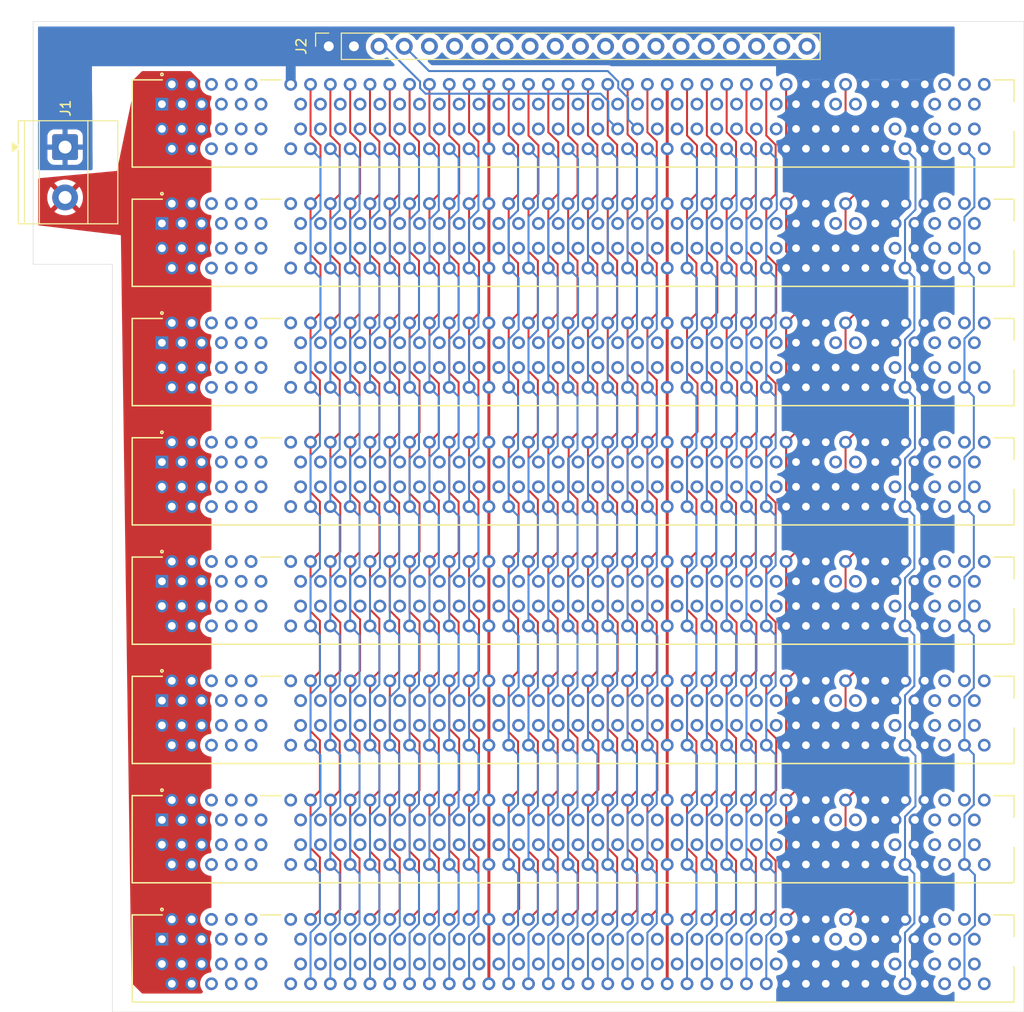
<source format=kicad_pcb>
(kicad_pcb (version 20241229) (generator "pcbnew") (generator_version "9.0")
  (layers (0 "F.Cu" signal) (4 "In1.Cu" signal) (6 "In2.Cu" signal) (2 "B.Cu" signal) (13 "F.Paste" user) (15 "B.Paste" user) (5 "F.SilkS" user "F.Silkscreen") (7 "B.SilkS" user "B.Silkscreen") (1 "F.Mask" user) (3 "B.Mask" user) (25 "Edge.Cuts" user))
  (net 0 "")
  (net 1 "/PCINC")
  (net 2 "/~{ALUCO}")
  (net 3 "/STATE13")
  (net 4 "/STATE1")
  (net 5 "GND")
  (net 6 "/LPCL")
  (net 7 "/~{RARGH}")
  (net 8 "/~{RSPL}")
  (net 9 "/~{RMEM}")
  (net 10 "/ADRINC")
  (net 11 "VCC")
  (net 12 "/~{RPCH}")
  (net 13 "/L0")
  (net 14 "/~{RPCL}")
  (net 15 "/R3")
  (net 16 "/STATE16")
  (net 17 "/PULSE")
  (net 18 "/ALUM")
  (net 19 "/~{WAIT}")
  (net 20 "/LADRH")
  (net 21 "/STATE0")
  (net 22 "/~{RYH}")
  (net 23 "/~{HALT}")
  (net 24 "/DATA7")
  (net 25 "/STATE8")
  (net 26 "/~{LAC}")
  (net 27 "/L2")
  (net 28 "/L4")
  (net 29 "/DATA6")
  (net 30 "/ALUSO")
  (net 31 "/STATE2")
  (net 32 "/~{LARGL}")
  (net 33 "/STATE7")
  (net 34 "/~{RXH}")
  (net 35 "/STATE15")
  (net 36 "/DATA1")
  (net 37 "/~{LARGH}")
  (net 38 "/LSPH")
  (net 39 "/~{RINTC}")
  (net 40 "/~{RZL}")
  (net 41 "/DATA4")
  (net 42 "/LPCH")
  (net 43 "/L1")
  (net 44 "/STATE9")
  (net 45 "/ACSHRIGHT")
  (net 46 "/DATA2")
  (net 47 "/ALUS1")
  (net 48 "/R0")
  (net 49 "/~{RSPH}")
  (net 50 "/~{LINST}")
  (net 51 "/~{LZL}")
  (net 52 "/ACSHLEFT")
  (net 53 "/SPDEC")
  (net 54 "/~{LYH}")
  (net 55 "/INTREQ")
  (net 56 "/SPINC")
  (net 57 "/STATE14")
  (net 58 "/~{CLK}")
  (net 59 "/STATE6")
  (net 60 "/ALUS3")
  (net 61 "/RESET")
  (net 62 "/~{RAC}")
  (net 63 "/~{RYL}")
  (net 64 "/~{ALUCI}")
  (net 65 "/STATE11")
  (net 66 "/STATE5")
  (net 67 "/R1")
  (net 68 "/L3")
  (net 69 "/~{RCONST}")
  (net 70 "/~{LMEM}")
  (net 71 "/R2")
  (net 72 "/DATA5")
  (net 73 "/~{SCCLR}")
  (net 74 "/~{LFR}")
  (net 75 "/FRUpd")
  (net 76 "/STATE4")
  (net 77 "/R4")
  (net 78 "/LADRL")
  (net 79 "/~{LZH}")
  (net 80 "/ALUS0")
  (net 81 "/DATA3")
  (net 82 "/STATE3")
  (net 83 "/~{RARGL}")
  (net 84 "/LSPL")
  (net 85 "/~{RZH}")
  (net 86 "/~{RALU}")
  (net 87 "/STATE12")
  (net 88 "/~{LYL}")
  (net 89 "/DATA0")
  (net 90 "/ALUS2")
  (net 91 "/ADRDEC")
  (net 92 "/~{INTD}")
  (net 93 "/~{LXH}")
  (net 94 "/INTE")
  (net 95 "/~{RFR}")
  (net 96 "/ALUZO")
  (net 97 "/STATE10")
  (footprint "cpu816footprints:BusSlot" (layer "F.Cu") (at 80 45.38)
    (property "Reference" "MOD2" (hide yes))
    (property "Value" "Module" (hide yes))
  )
  (footprint "TerminalBlock_Phoenix:TerminalBlock_Phoenix_MKDS-1,5-2-5.08_1x02_P5.08mm_Horizontal" (layer "F.Cu") (at 70.225 37.675 -90)
    (property "Reference" "J1")
    (property "Value" "Screw_Terminal_01x02")
  )
  (footprint "cpu816footprints:BusSlot" (layer "F.Cu") (at 80 93.54)
    (property "Reference" "MOD6" (hide yes))
    (property "Value" "Module" (hide yes))
  )
  (footprint "cpu816footprints:BusSlot" (layer "F.Cu") (at 80 105.58)
    (property "Reference" "MOD7" (hide yes))
    (property "Value" "Module" (hide yes))
  )
  (footprint "cpu816footprints:BusSlot" (layer "F.Cu") (at 80 81.5)
    (property "Reference" "MOD5" (hide yes))
    (property "Value" "Module" (hide yes))
  )
  (footprint "cpu816footprints:BusSlot" (layer "F.Cu") (at 80 69.46)
    (property "Reference" "MOD4" (hide yes))
    (property "Value" "Module" (hide yes))
  )
  (footprint "cpu816footprints:BusSlot" (layer "F.Cu") (at 80 117.62)
    (property "Reference" "MOD8" (hide yes))
    (property "Value" "Module" (hide yes))
  )
  (footprint "cpu816footprints:BusSlot" (layer "F.Cu") (at 80 57.42)
    (property "Reference" "MOD3" (hide yes))
    (property "Value" "Module" (hide yes))
  )
  (footprint "Connector_PinSocket_2.54mm:PinSocket_1x20_P2.54mm_Vertical" (layer "F.Cu") (at 96.84 27.5 90)
    (property "Reference" "J2")
    (property "Value" "Conn_01x20")
  )
  (footprint "cpu816footprints:BusSlot" (layer "F.Cu") (at 80 33.34)
    (property "Reference" "MOD1" (hide yes))
    (property "Value" "Module" (hide yes))
  )
  (gr_line (start 167 25) (end 67 25) (stroke (width 0.05)) (layer "Edge.Cuts"))
  (gr_line (start 75 124.97) (end 75 50.25) (stroke (width 0.05)) (layer "Edge.Cuts"))
  (gr_line (start 67 49.5) (end 75 49.5) (stroke (width 0.05)) (layer "Edge.Cuts"))
  (gr_line (start 167 124.97) (end 75 124.97) (stroke (width 0.05)) (layer "Edge.Cuts"))
  (gr_line (start 167 124.97) (end 167 25) (stroke (width 0.05)) (layer "Edge.Cuts"))
  (gr_line (start 67 25) (end 67 49.5) (stroke (width 0.05)) (layer "Edge.Cuts"))
  (gr_line (start 75 50.25) (end 75 49.5) (stroke (width 0.05)) (layer "Edge.Cuts"))
  (segment (start 104.46 27.5) (end 106.96 30) (width 0.2) (layer "B.Cu") (net 1))
  (segment (start 106.96 30) (end 125 30) (width 0.2) (layer "B.Cu") (net 1))
  (segment (start 127.055 34.895) (end 128 35.84) (width 0.2) (layer "B.Cu") (net 1))
  (segment (start 127.055 32.731432) (end 127.055 34.895) (width 0.2) (layer "B.Cu") (net 1))
  (segment (start 126.055 31.731432) (end 127.055 32.731432) (width 0.2) (layer "B.Cu") (net 1))
  (segment (start 125 30) (end 126.055 31.055) (width 0.2) (layer "B.Cu") (net 1))
  (segment (start 126.055 31.055) (end 126.055 31.731432) (width 0.2) (layer "B.Cu") (net 1))
  (segment (start 115.945 37.448568) (end 115.945 42.435) (width 0.2) (layer "F.Cu") (net 4))
  (segment (start 115 84.336432) (end 115.945 85.281432) (width 0.2) (layer "F.Cu") (net 4))
  (segment (start 115.945 61.201432) (end 115.945 66.515) (width 0.2) (layer "F.Cu") (net 4))
  (segment (start 115 31.34) (end 115 36.503568) (width 0.2) (layer "F.Cu") (net 4))
  (segment (start 115 91.54) (end 115 96.703568) (width 0.2) (layer "F.Cu") (net 4))
  (segment (start 115 43.38) (end 115 48.433568) (width 0.2) (layer "F.Cu") (net 4))
  (segment (start 115 48.433568) (end 115.945 49.378568) (width 0.2) (layer "F.Cu") (net 4))
  (segment (start 115 96.703568) (end 115.945 97.648568) (width 0.2) (layer "F.Cu") (net 4))
  (segment (start 116.055 109.471432) (end 116.055 114.565) (width 0.2) (layer "F.Cu") (net 4))
  (segment (start 115.945 42.435) (end 115 43.38) (width 0.2) (layer "F.Cu") (net 4))
  (segment (start 115.945 97.648568) (end 115.945 102.635) (width 0.2) (layer "F.Cu") (net 4))
  (segment (start 115 72.623568) (end 116 73.623568) (width 0.2) (layer "F.Cu") (net 4))
  (segment (start 115.945 49.378568) (end 115.945 54.475) (width 0.2) (layer "F.Cu") (net 4))
  (segment (start 115.945 90.595) (end 115 91.54) (width 0.2) (layer "F.Cu") (net 4))
  (segment (start 116.055 114.565) (end 115 115.62) (width 0.2) (layer "F.Cu") (net 4))
  (segment (start 115 103.58) (end 115 108.416432) (width 0.2) (layer "F.Cu") (net 4))
  (segment (start 115 108.416432) (end 116.055 109.471432) (width 0.2) (layer "F.Cu") (net 4))
  (segment (start 116 73.623568) (end 116 78.5) (width 0.2) (layer "F.Cu") (net 4))
  (segment (start 115 60.256432) (end 115.945 61.201432) (width 0.2) (layer "F.Cu") (net 4))
  (segment (start 115.945 102.635) (end 115 103.58) (width 0.2) (layer "F.Cu") (net 4))
  (segment (start 115 79.5) (end 115 84.336432) (width 0.2) (layer "F.Cu") (net 4))
  (segment (start 115.945 85.281432) (end 115.945 90.595) (width 0.2) (layer "F.Cu") (net 4))
  (segment (start 115.945 66.515) (end 115 67.46) (width 0.2) (layer "F.Cu") (net 4))
  (segment (start 115 36.503568) (end 115.945 37.448568) (width 0.2) (layer "F.Cu") (net 4))
  (segment (start 115 67.46) (end 115 72.623568) (width 0.2) (layer "F.Cu") (net 4))
  (segment (start 116 78.5) (end 115 79.5) (width 0.2) (layer "F.Cu") (net 4))
  (segment (start 115 55.42) (end 115 60.256432) (width 0.2) (layer "F.Cu") (net 4))
  (segment (start 115.945 54.475) (end 115 55.42) (width 0.2) (layer "F.Cu") (net 4))
  (segment (start 131 31.34) (end 131 122.12) (width 0.3) (layer "F.Cu") (net 5))
  (segment (start 113 122.12) (end 113 31.34) (width 0.3) (layer "F.Cu") (net 5))
  (segment (start 93 31.34) (end 93 29) (width 1) (layer "B.Cu") (net 5))
  (segment (start 99 91.54) (end 100 90.54) (width 0.2) (layer "F.Cu") (net 6))
  (segment (start 99.945 54.475) (end 99.945 49.488568) (width 0.2) (layer "F.Cu") (net 6))
  (segment (start 99.945 73.568568) (end 99 72.623568) (width 0.2) (layer "F.Cu") (net 6))
  (segment (start 99.945 61.528568) (end 99 60.583568) (width 0.2) (layer "F.Cu") (net 6))
  (segment (start 99.945 97.648568) (end 99 96.703568) (width 0.2) (layer "F.Cu") (net 6))
  (segment (start 99 43.38) (end 100 42.38) (width 0.2) (layer "F.Cu") (net 6))
  (segment (start 99.945 102.635) (end 99.945 97.648568) (width 0.2) (layer "F.Cu") (net 6))
  (segment (start 99 103.58) (end 99.945 102.635) (width 0.2) (layer "F.Cu") (net 6))
  (segment (start 99.945 109.471432) (end 99 108.526432) (width 0.2) (layer "F.Cu") (net 6))
  (segment (start 99 115.62) (end 99.945 114.675) (width 0.2) (layer "F.Cu") (net 6))
  (segment (start 100 85.336432) (end 99 84.336432) (width 0.2) (layer "F.Cu") (net 6))
  (segment (start 100 90.54) (end 100 85.336432) (width 0.2) (layer "F.Cu") (net 6))
  (segment (start 99 79.5) (end 99.945 78.555) (width 0.2) (layer "F.Cu") (net 6))
  (segment (start 99 67.46) (end 99.945 66.515) (width 0.2) (layer "F.Cu") (net 6))
  (segment (start 100 37.176432) (end 99 36.176432) (width 0.2) (layer "F.Cu") (net 6))
  (segment (start 99.945 66.515) (end 99.945 61.528568) (width 0.2) (layer "F.Cu") (net 6))
  (segment (start 99.945 49.488568) (end 99 48.543568) (width 0.2) (layer "F.Cu") (net 6))
  (segment (start 99 108.526432) (end 99 103.58) (width 0.2) (layer "F.Cu") (net 6))
  (segment (start 99 48.543568) (end 99 43.38) (width 0.2) (layer "F.Cu") (net 6))
  (segment (start 99 72.623568) (end 99 67.46) (width 0.2) (layer "F.Cu") (net 6))
  (segment (start 99 84.336432) (end 99 79.5) (width 0.2) (layer "F.Cu") (net 6))
  (segment (start 99 60.583568) (end 99 55.42) (width 0.2) (layer "F.Cu") (net 6))
  (segment (start 99.945 78.555) (end 99.945 73.568568) (width 0.2) (layer "F.Cu") (net 6))
  (segment (start 99 96.703568) (end 99 91.54) (width 0.2) (layer "F.Cu") (net 6))
  (segment (start 99 55.42) (end 99.945 54.475) (width 0.2) (layer "F.Cu") (net 6))
  (segment (start 99.945 114.675) (end 99.945 109.471432) (width 0.2) (layer "F.Cu") (net 6))
  (segment (start 100 42.38) (end 100 37.176432) (width 0.2) (layer "F.Cu") (net 6))
  (segment (start 99 36.176432) (end 99 31.34) (width 0.2) (layer "F.Cu") (net 6))
  (segment (start 97.945 62.865) (end 97.945 68.178568) (width 0.2) (layer "B.Cu") (net 8))
  (segment (start 97.945 86.945) (end 97.945 91.931432) (width 0.2) (layer "B.Cu") (net 8))
  (segment (start 97.945 111.025) (end 97.945 116.011432) (width 0.2) (layer "B.Cu") (net 8))
  (segment (start 97 49.88) (end 97.945 50.825) (width 0.2) (layer "B.Cu") (net 8))
  (segment (start 97 73.96) (end 97.945 74.905) (width 0.2) (layer "B.Cu") (net 8))
  (segment (start 97 81.163568) (end 97 86) (width 0.2) (layer "B.Cu") (net 8))
  (segment (start 97 105.243568) (end 97 110.08) (width 0.2) (layer "B.Cu") (net 8))
  (segment (start 98 99.04) (end 98 104.243568) (width 0.2) (layer "B.Cu") (net 8))
  (segment (start 97.945 74.905) (end 97.945 80.218568) (width 0.2) (layer "B.Cu") (net 8))
  (segment (start 97.945 38.785) (end 97.945 44.055) (width 0.2) (layer "B.Cu") (net 8))
  (segment (start 97 110.08) (end 97.945 111.025) (width 0.2) (layer "B.Cu") (net 8))
  (segment (start 97 37.84) (end 97.945 38.785) (width 0.2) (layer "B.Cu") (net 8))
  (segment (start 97.945 44.055) (end 97 45) (width 0.2) (layer "B.Cu") (net 8))
  (segment (start 97.945 80.218568) (end 97 81.163568) (width 0.2) (layer "B.Cu") (net 8))
  (segment (start 97 116.956432) (end 97 122.12) (width 0.2) (layer "B.Cu") (net 8))
  (segment (start 97 45) (end 97 49.88) (width 0.2) (layer "B.Cu") (net 8))
  (segment (start 97.945 50.825) (end 97.945 55.811432) (width 0.2) (layer "B.Cu") (net 8))
  (segment (start 97 98.04) (end 98 99.04) (width 0.2) (layer "B.Cu") (net 8))
  (segment (start 97 92.876432) (end 97 98.04) (width 0.2) (layer "B.Cu") (net 8))
  (segment (start 97 61.92) (end 97.945 62.865) (width 0.2) (layer "B.Cu") (net 8))
  (segment (start 97.945 116.011432) (end 97 116.956432) (width 0.2) (layer "B.Cu") (net 8))
  (segment (start 97.945 55.811432) (end 97 56.756432) (width 0.2) (layer "B.Cu") (net 8))
  (segment (start 97 69.123568) (end 97 73.96) (width 0.2) (layer "B.Cu") (net 8))
  (segment (start 98 104.243568) (end 97 105.243568) (width 0.2) (layer "B.Cu") (net 8))
  (segment (start 97.945 91.931432) (end 97 92.876432) (width 0.2) (layer "B.Cu") (net 8))
  (segment (start 97 56.756432) (end 97 61.92) (width 0.2) (layer "B.Cu") (net 8))
  (segment (start 97.945 68.178568) (end 97 69.123568) (width 0.2) (layer "B.Cu") (net 8))
  (segment (start 97 86) (end 97.945 86.945) (width 0.2) (layer "B.Cu") (net 8))
  (segment (start 95 73.96) (end 95.945 74.905) (width 0.2) (layer "B.Cu") (net 9))
  (segment (start 95 98.04) (end 96 99.04) (width 0.2) (layer "B.Cu") (net 9))
  (segment (start 95 68.796432) (end 95 73.96) (width 0.2) (layer "B.Cu") (net 9))
  (segment (start 95 86) (end 95.945 86.945) (width 0.2) (layer "B.Cu") (net 9))
  (segment (start 95 81.163568) (end 95 86) (width 0.2) (layer "B.Cu") (net 9))
  (segment (start 95.945 111.025) (end 95.945 116.011432) (width 0.2) (layer "B.Cu") (net 9))
  (segment (start 95 110.08) (end 95.945 111.025) (width 0.2) (layer "B.Cu") (net 9))
  (segment (start 95.945 62.865) (end 95.945 67.851432) (width 0.2) (layer "B.Cu") (net 9))
  (segment (start 95.945 86.945) (end 95.945 91.931432) (width 0.2) (layer "B.Cu") (net 9))
  (segment (start 95 57.083568) (end 95 61.92) (width 0.2) (layer "B.Cu") (net 9))
  (segment (start 95 105.243568) (end 95 110.08) (width 0.2) (layer "B.Cu") (net 9))
  (segment (start 96 44.043568) (end 95 45.043568) (width 0.2) (layer "B.Cu") (net 9))
  (segment (start 96 99.04) (end 96 104.243568) (width 0.2) (layer "B.Cu") (net 9))
  (segment (start 95 92.876432) (end 95 98.04) (width 0.2) (layer "B.Cu") (net 9))
  (segment (start 96 56.083568) (end 95 57.083568) (width 0.2) (layer "B.Cu") (net 9))
  (segment (start 95 116.956432) (end 95 122.12) (width 0.2) (layer "B.Cu") (net 9))
  (segment (start 95 61.92) (end 95.945 62.865) (width 0.2) (layer "B.Cu") (net 9))
  (segment (start 95.945 91.931432) (end 95 92.876432) (width 0.2) (layer "B.Cu") (net 9))
  (segment (start 95.945 80.218568) (end 95 81.163568) (width 0.2) (layer "B.Cu") (net 9))
  (segment (start 95 49.88) (end 96 50.88) (width 0.2) (layer "B.Cu") (net 9))
  (segment (start 96 104.243568) (end 95 105.243568) (width 0.2) (layer "B.Cu") (net 9))
  (segment (start 95.945 116.011432) (end 95 116.956432) (width 0.2) (layer "B.Cu") (net 9))
  (segment (start 95.945 74.905) (end 95.945 80.218568) (width 0.2) (layer "B.Cu") (net 9))
  (segment (start 95 45.043568) (end 95 49.88) (width 0.2) (layer "B.Cu") (net 9))
  (segment (start 96 38.84) (end 96 44.043568) (width 0.2) (layer "B.Cu") (net 9))
  (segment (start 95 37.84) (end 96 38.84) (width 0.2) (layer "B.Cu") (net 9))
  (segment (start 96 50.88) (end 96 56.083568) (width 0.2) (layer "B.Cu") (net 9))
  (segment (start 95.945 67.851432) (end 95 68.796432) (width 0.2) (layer "B.Cu") (net 9))
  (segment (start 99.945 86.945) (end 99.945 91.931432) (width 0.2) (layer "B.Cu") (net 14))
  (segment (start 99 37.84) (end 99.945 38.785) (width 0.2) (layer "B.Cu") (net 14))
  (segment (start 99 73.96) (end 99.945 74.905) (width 0.2) (layer "B.Cu") (net 14))
  (segment (start 99 81) (end 99 86) (width 0.2) (layer "B.Cu") (net 14))
  (segment (start 99 69) (end 99 73.96) (width 0.2) (layer "B.Cu") (net 14))
  (segment (start 99.945 111.025) (end 99.945 116.055) (width 0.2) (layer "B.Cu") (net 14))
  (segment (start 99.945 50.825) (end 99.945 56.138568) (width 0.2) (layer "B.Cu") (net 14))
  (segment (start 99 61.92) (end 99.945 62.865) (width 0.2) (layer "B.Cu") (net 14))
  (segment (start 99 45) (end 99 49.88) (width 0.2) (layer "B.Cu") (net 14))
  (segment (start 99 49.88) (end 99.945 50.825) (width 0.2) (layer "B.Cu") (net 14))
  (segment (start 99 117) (end 99 122.12) (width 0.2) (layer "B.Cu") (net 14))
  (segment (start 99.945 74.905) (end 99.945 80.055) (width 0.2) (layer "B.Cu") (net 14))
  (segment (start 99.945 98.985) (end 99.945 104.298568) (width 0.2) (layer "B.Cu") (net 14))
  (segment (start 99 110.08) (end 99.945 111.025) (width 0.2) (layer "B.Cu") (net 14))
  (segment (start 99.945 116.055) (end 99 117) (width 0.2) (layer "B.Cu") (net 14))
  (segment (start 99 105.243568) (end 99 110.08) (width 0.2) (layer "B.Cu") (net 14))
  (segment (start 99 98.04) (end 99.945 98.985) (width 0.2) (layer "B.Cu") (net 14))
  (segment (start 99.945 62.865) (end 99.945 68.055) (width 0.2) (layer "B.Cu") (net 14))
  (segment (start 99.945 104.298568) (end 99 105.243568) (width 0.2) (layer "B.Cu") (net 14))
  (segment (start 99.945 91.931432) (end 99 92.876432) (width 0.2) (layer "B.Cu") (net 14))
  (segment (start 99.945 80.055) (end 99 81) (width 0.2) (layer "B.Cu") (net 14))
  (segment (start 99 86) (end 99.945 86.945) (width 0.2) (layer "B.Cu") (net 14))
  (segment (start 99.945 38.785) (end 99.945 44.055) (width 0.2) (layer "B.Cu") (net 14))
  (segment (start 99 57.083568) (end 99 61.92) (width 0.2) (layer "B.Cu") (net 14))
  (segment (start 99.945 56.138568) (end 99 57.083568) (width 0.2) (layer "B.Cu") (net 14))
  (segment (start 99 92.876432) (end 99 98.04) (width 0.2) (layer "B.Cu") (net 14))
  (segment (start 99.945 44.055) (end 99 45) (width 0.2) (layer "B.Cu") (net 14))
  (segment (start 99.945 68.055) (end 99 69) (width 0.2) (layer "B.Cu") (net 14))
  (segment (start 125 104.916432) (end 125 110.08) (width 0.2) (layer "B.Cu") (net 15))
  (segment (start 125.945 98.985) (end 125.945 103.971432) (width 0.2) (layer "B.Cu") (net 15))
  (segment (start 125 92.876432) (end 125 98.04) (width 0.2) (layer "B.Cu") (net 15))
  (segment (start 125 45) (end 125 49.88) (width 0.2) (layer "B.Cu") (net 15))
  (segment (start 125.945 91.931432) (end 125 92.876432) (width 0.2) (layer "B.Cu") (net 15))
  (segment (start 125.945 116.338568) (end 125 117.283568) (width 0.2) (layer "B.Cu") (net 15))
  (segment (start 125.945 50.825) (end 125.945 56.138568) (width 0.2) (layer "B.Cu") (net 15))
  (segment (start 125 80.836432) (end 125 86) (width 0.2) (layer "B.Cu") (net 15))
  (segment (start 125 49.88) (end 125.945 50.825) (width 0.2) (layer "B.Cu") (net 15))
  (segment (start 125 73.96) (end 125.945 74.905) (width 0.2) (layer "B.Cu") (net 15))
  (segment (start 125 98.04) (end 125.945 98.985) (width 0.2) (layer "B.Cu") (net 15))
  (segment (start 125.945 86.945) (end 125.945 91.931432) (width 0.2) (layer "B.Cu") (net 15))
  (segment (start 125 61.92) (end 125.945 62.865) (width 0.2) (layer "B.Cu") (net 15))
  (segment (start 125.945 44.055) (end 125 45) (width 0.2) (layer "B.Cu") (net 15))
  (segment (start 125.945 103.971432) (end 125 104.916432) (width 0.2) (layer "B.Cu") (net 15))
  (segment (start 125.945 67.851432) (end 125 68.796432) (width 0.2) (layer "B.Cu") (net 15))
  (segment (start 125 86) (end 125.945 86.945) (width 0.2) (layer "B.Cu") (net 15))
  (segment (start 125.945 111.025) (end 125.945 116.338568) (width 0.2) (layer "B.Cu") (net 15))
  (segment (start 125 37.84) (end 125.945 38.785) (width 0.2) (layer "B.Cu") (net 15))
  (segment (start 125 117.283568) (end 125 122.12) (width 0.2) (layer "B.Cu") (net 15))
  (segment (start 125 57.083568) (end 125 61.92) (width 0.2) (layer "B.Cu") (net 15))
  (segment (start 125.945 56.138568) (end 125 57.083568) (width 0.2) (layer "B.Cu") (net 15))
  (segment (start 125 110.08) (end 125.945 111.025) (width 0.2) (layer "B.Cu") (net 15))
  (segment (start 125.945 79.891432) (end 125 80.836432) (width 0.2) (layer "B.Cu") (net 15))
  (segment (start 125 68.796432) (end 125 73.96) (width 0.2) (layer "B.Cu") (net 15))
  (segment (start 125.945 74.905) (end 125.945 79.891432) (width 0.2) (layer "B.Cu") (net 15))
  (segment (start 125.945 38.785) (end 125.945 44.055) (width 0.2) (layer "B.Cu") (net 15))
  (segment (start 125.945 62.865) (end 125.945 67.851432) (width 0.2) (layer "B.Cu") (net 15))
  (segment (start 156.055 38.895) (end 156.055 43.988568) (width 0.2) (layer "B.Cu") (net 17))
  (segment (start 155.945 116.011432) (end 155 116.956432) (width 0.2) (layer "B.Cu") (net 17))
  (segment (start 155 86) (end 155.945 86.945) (width 0.2) (layer "B.Cu") (net 17))
  (segment (start 156.055 104.188568) (end 155 105.243568) (width 0.2) (layer "B.Cu") (net 17))
  (segment (start 155.945 74.905) (end 155.945 80.218568) (width 0.2) (layer "B.Cu") (net 17))
  (segment (start 155.945 86.945) (end 155.945 92.055) (width 0.2) (layer "B.Cu") (net 17))
  (segment (start 155 61.92) (end 156 62.92) (width 0.2) (layer "B.Cu") (net 17))
  (segment (start 156.055 99.095) (end 156.055 104.188568) (width 0.2) (layer "B.Cu") (net 17))
  (segment (start 155 98.04) (end 156.055 99.095) (width 0.2) (layer "B.Cu") (net 17))
  (segment (start 155 37.84) (end 156.055 38.895) (width 0.2) (layer "B.Cu") (net 17))
  (segment (start 155.945 80.218568) (end 155 81.163568) (width 0.2) (layer "B.Cu") (net 17))
  (segment (start 155 45.043568) (end 155 49.88) (width 0.2) (layer "B.Cu") (net 17))
  (segment (start 155.945 50.825) (end 155.945 56.138568) (width 0.2) (layer "B.Cu") (net 17))
  (segment (start 155 49.88) (end 155.945 50.825) (width 0.2) (layer "B.Cu") (net 17))
  (segment (start 155 73.96) (end 155.945 74.905) (width 0.2) (layer "B.Cu") (net 17))
  (segment (start 155.945 92.055) (end 155 93) (width 0.2) (layer "B.Cu") (net 17))
  (segment (start 155 57.083568) (end 155 61.92) (width 0.2) (layer "B.Cu") (net 17))
  (segment (start 156 68.123568) (end 155 69.123568) (width 0.2) (layer "B.Cu") (net 17))
  (segment (start 155 93) (end 155 98.04) (width 0.2) (layer "B.Cu") (net 17))
  (segment (start 155 81.163568) (end 155 86) (width 0.2) (layer "B.Cu") (net 17))
  (segment (start 155 116.956432) (end 155 122.12) (width 0.2) (layer "B.Cu") (net 17))
  (segment (start 156 62.92) (end 156 68.123568) (width 0.2) (layer "B.Cu") (net 17))
  (segment (start 155.945 56.138568) (end 155 57.083568) (width 0.2) (layer "B.Cu") (net 17))
  (segment (start 156.055 43.988568) (end 155 45.043568) (width 0.2) (layer "B.Cu") (net 17))
  (segment (start 155 105.243568) (end 155 110.08) (width 0.2) (layer "B.Cu") (net 17))
  (segment (start 155.945 111.025) (end 155.945 116.011432) (width 0.2) (layer "B.Cu") (net 17))
  (segment (start 155 110.08) (end 155.945 111.025) (width 0.2) (layer "B.Cu") (net 17))
  (segment (start 155 69.123568) (end 155 73.96) (width 0.2) (layer "B.Cu") (net 17))
  (segment (start 149.945 90.595) (end 149 91.54) (width 0.2) (layer "F.Cu") (net 19))
  (segment (start 150 54.42) (end 149 55.42) (width 0.2) (layer "F.Cu") (net 19))
  (segment (start 149 91.54) (end 149 96.703568) (width 0.2) (layer "F.Cu") (net 19))
  (segment (start 149 48.543568) (end 150 49.543568) (width 0.2) (layer "F.Cu") (net 19))
  (segment (start 149 72.623568) (end 150 73.623568) (width 0.2) (layer "F.Cu") (net 19))
  (segment (start 149 55.42) (end 149 60.583568) (width 0.2) (layer "F.Cu") (net 19))
  (segment (start 149 36.393568) (end 149.945 37.338568) (width 0.2) (layer "F.Cu") (net 19))
  (segment (start 149 108.416432) (end 149.945 109.361432) (width 0.2) (layer "F.Cu") (net 19))
  (segment (start 149 96.703568) (end 149.945 97.648568) (width 0.2) (layer "F.Cu") (net 19))
  (segment (start 149 67.46) (end 149 72.623568) (width 0.2) (layer "F.Cu") (net 19))
  (segment (start 149.945 97.648568) (end 149.945 102.635) (width 0.2) (layer "F.Cu") (net 19))
  (segment (start 149.945 61.528568) (end 149.945 66.515) (width 0.2) (layer "F.Cu") (net 19))
  (segment (start 149.945 114.675) (end 149 115.62) (width 0.2) (layer "F.Cu") (net 19))
  (segment (start 149.945 66.515) (end 149 67.46) (width 0.2) (layer "F.Cu") (net 19))
  (segment (start 149 31.34) (end 149 36.393568) (width 0.2) (layer "F.Cu") (net 19))
  (segment (start 150 73.623568) (end 150 78.5) (width 0.2) (layer "F.Cu") (net 19))
  (segment (start 149 79.5) (end 149 84.663568) (width 0.2) (layer "F.Cu") (net 19))
  (segment (start 149 84.663568) (end 149.945 85.608568) (width 0.2) (layer "F.Cu") (net 19))
  (segment (start 149.945 42.435) (end 149 43.38) (width 0.2) (layer "F.Cu") (net 19))
  (segment (start 149 43.38) (end 149 48.543568) (width 0.2) (layer "F.Cu") (net 19))
  (segment (start 149.945 109.361432) (end 149.945 114.675) (width 0.2) (layer "F.Cu") (net 19))
  (segment (start 149.945 102.635) (end 149 103.58) (width 0.2) (layer "F.Cu") (net 19))
  (segment (start 150 49.543568) (end 150 54.42) (width 0.2) (layer "F.Cu") (net 19))
  (segment (start 149.945 37.338568) (end 149.945 42.435) (width 0.2) (layer "F.Cu") (net 19))
  (segment (start 149.945 85.608568) (end 149.945 90.595) (width 0.2) (layer "F.Cu") (net 19))
  (segment (start 150 78.5) (end 149 79.5) (width 0.2) (layer "F.Cu") (net 19))
  (segment (start 149 60.583568) (end 149.945 61.528568) (width 0.2) (layer "F.Cu") (net 19))
  (segment (start 149 103.58) (end 149 108.416432) (width 0.2) (layer "F.Cu") (net 19))
  (segment (start 111 31.34) (end 111 36.176432) (width 0.2) (layer "F.Cu") (net 20))
  (segment (start 111.945 42.435) (end 111 43.38) (width 0.2) (layer "F.Cu") (net 20))
  (segment (start 111.945 114.675) (end 111 115.62) (width 0.2) (layer "F.Cu") (net 20))
  (segment (start 111.945 109.361432) (end 111.945 114.675) (width 0.2) (layer "F.Cu") (net 20))
  (segment (start 111 43.38) (end 111 48.216432) (width 0.2) (layer "F.Cu") (net 20))
  (segment (start 112 90.54) (end 111 91.54) (width 0.2) (layer "F.Cu") (net 20))
  (segment (start 111 103.58) (end 111 108.416432) (width 0.2) (layer "F.Cu") (net 20))
  (segment (start 111.945 73.241432) (end 111.945 78.555) (width 0.2) (layer "F.Cu") (net 20))
  (segment (start 111 79.5) (end 111 84.336432) (width 0.2) (layer "F.Cu") (net 20))
  (segment (start 111.945 61.201432) (end 111.945 66.515) (width 0.2) (layer "F.Cu") (net 20))
  (segment (start 112 54.42) (end 111 55.42) (width 0.2) (layer "F.Cu") (net 20))
  (segment (start 111 36.176432) (end 111.945 37.121432) (width 0.2) (layer "F.Cu") (net 20))
  (segment (start 111 55.42) (end 111 60.256432) (width 0.2) (layer "F.Cu") (net 20))
  (segment (start 111.945 37.121432) (end 111.945 42.435) (width 0.2) (layer "F.Cu") (net 20))
  (segment (start 111.945 66.515) (end 111 67.46) (width 0.2) (layer "F.Cu") (net 20))
  (segment (start 111.945 78.555) (end 111 79.5) (width 0.2) (layer "F.Cu") (net 20))
  (segment (start 111 91.54) (end 111 96.376432) (width 0.2) (layer "F.Cu") (net 20))
  (segment (start 112 85.336432) (end 112 90.54) (width 0.2) (layer "F.Cu") (net 20))
  (segment (start 111 96.376432) (end 112 97.376432) (width 0.2) (layer "F.Cu") (net 20))
  (segment (start 112 97.376432) (end 112 102.58) (width 0.2) (layer "F.Cu") (net 20))
  (segment (start 111 48.216432) (end 112 49.216432) (width 0.2) (layer "F.Cu") (net 20))
  (segment (start 111 84.336432) (end 112 85.336432) (width 0.2) (layer "F.Cu") (net 20))
  (segment (start 111 67.46) (end 111 72.296432) (width 0.2) (layer "F.Cu") (net 20))
  (segment (start 111 72.296432) (end 111.945 73.241432) (width 0.2) (layer "F.Cu") (net 20))
  (segment (start 111 60.256432) (end 111.945 61.201432) (width 0.2) (layer "F.Cu") (net 20))
  (segment (start 112 102.58) (end 111 103.58) (width 0.2) (layer "F.Cu") (net 20))
  (segment (start 111 108.416432) (end 111.945 109.361432) (width 0.2) (layer "F.Cu") (net 20))
  (segment (start 112 49.216432) (end 112 54.42) (width 0.2) (layer "F.Cu") (net 20))
  (segment (start 127.945 38.785) (end 127.945 44.055) (width 0.2) (layer "B.Cu") (net 23))
  (segment (start 127 68.796432) (end 127.945 67.851432) (width 0.2) (layer "B.Cu") (net 23))
  (segment (start 127.945 98.985) (end 127.945 104.055) (width 0.2) (layer "B.Cu") (net 23))
  (segment (start 128 115.956432) (end 128 111.08) (width 0.2) (layer "B.Cu") (net 23))
  (segment (start 128 111.08) (end 127 110.08) (width 0.2) (layer "B.Cu") (net 23))
  (segment (start 127 57) (end 127 61.92) (width 0.2) (layer "B.Cu") (net 23))
  (segment (start 127.945 86.945) (end 127.945 92.258568) (width 0.2) (layer "B.Cu") (net 23))
  (segment (start 127 73.96) (end 127.945 74.905) (width 0.2) (layer "B.Cu") (net 23))
  (segment (start 127.945 62.865) (end 127 61.92) (width 0.2) (layer "B.Cu") (net 23))
  (segment (start 127.945 74.905) (end 127.945 80.055) (width 0.2) (layer "B.Cu") (net 23))
  (segment (start 127 86) (end 127.945 86.945) (width 0.2) (layer "B.Cu") (net 23))
  (segment (start 127.945 92.258568) (end 127 93.203568) (width 0.2) (layer "B.Cu") (net 23))
  (segment (start 127 93.203568) (end 127 98.04) (width 0.2) (layer "B.Cu") (net 23))
  (segment (start 127 73.96) (end 127 68.796432) (width 0.2) (layer "B.Cu") (net 23))
  (segment (start 127 49.88) (end 127.945 50.825) (width 0.2) (layer "B.Cu") (net 23))
  (segment (start 127.945 50.825) (end 127.945 56.055) (width 0.2) (layer "B.Cu") (net 23))
  (segment (start 127.945 104.055) (end 127 105) (width 0.2) (layer "B.Cu") (net 23))
  (segment (start 127 98.04) (end 127.945 98.985) (width 0.2) (layer "B.Cu") (net 23))
  (segment (start 127.945 44.055) (end 127 45) (width 0.2) (layer "B.Cu") (net 23))
  (segment (start 127.945 67.851432) (end 127.945 62.865) (width 0.2) (layer "B.Cu") (net 23))
  (segment (start 127.945 56.055) (end 127 57) (width 0.2) (layer "B.Cu") (net 23))
  (segment (start 127 37.84) (end 127.945 38.785) (width 0.2) (layer "B.Cu") (net 23))
  (segment (start 127 122.12) (end 127 116.956432) (width 0.2) (layer "B.Cu") (net 23))
  (segment (start 127.945 80.055) (end 127 81) (width 0.2) (layer "B.Cu") (net 23))
  (segment (start 127 105) (end 127 110.08) (width 0.2) (layer "B.Cu") (net 23))
  (segment (start 127 81) (end 127 86) (width 0.2) (layer "B.Cu") (net 23))
  (segment (start 127 45) (end 127 49.88) (width 0.2) (layer "B.Cu") (net 23))
  (segment (start 127 116.956432) (end 128 115.956432) (width 0.2) (layer "B.Cu") (net 23))
  (segment (start 140.055 61.311432) (end 139 60.256432) (width 0.2) (layer "F.Cu") (net 24))
  (segment (start 139 91.54) (end 139 96.703568) (width 0.2) (layer "F.Cu") (net 24))
  (segment (start 139 67.46) (end 139 72.296432) (width 0.2) (layer "F.Cu") (net 24))
  (segment (start 139.945 97.648568) (end 139.945 102.635) (width 0.2) (layer "F.Cu") (net 24))
  (segment (start 139.945 37.121432) (end 139.945 42.435) (width 0.2) (layer "F.Cu") (net 24))
  (segment (start 139 84.663568) (end 140 85.663568) (width 0.2) (layer "F.Cu") (net 24))
  (segment (start 139 72.296432) (end 139.945 73.241432) (width 0.2) (layer "F.Cu") (net 24))
  (segment (start 139.945 73.241432) (end 139.945 78.555) (width 0.2) (layer "F.Cu") (net 24))
  (segment (start 139 67.46) (end 140.055 66.405) (width 0.2) (layer "F.Cu") (net 24))
  (segment (start 139 79.5) (end 139 84.663568) (width 0.2) (layer "F.Cu") (net 24))
  (segment (start 139 48.216432) (end 139.945 49.161432) (width 0.2) (layer "F.Cu") (net 24))
  (segment (start 139.945 42.435) (end 139 43.38) (width 0.2) (layer "F.Cu") (net 24))
  (segment (start 139 43.38) (end 139 48.216432) (width 0.2) (layer "F.Cu") (net 24))
  (segment (start 139.945 102.635) (end 139 103.58) (width 0.2) (layer "F.Cu") (net 24))
  (segment (start 139 60.256432) (end 139 55.42) (width 0.2) (layer "F.Cu") (net 24))
  (segment (start 139 36.176432) (end 139.945 37.121432) (width 0.2) (layer "F.Cu") (net 24))
  (segment (start 139.945 49.161432) (end 139.945 54.475) (width 0.2) (layer "F.Cu") (net 24))
  (segment (start 139.945 78.555) (end 139 79.5) (width 0.2) (layer "F.Cu") (net 24))
  (segment (start 140 90.54) (end 139 91.54) (width 0.2) (layer "F.Cu") (net 24))
  (segment (start 139 108.416432) (end 139 103.58) (width 0.2) (layer "F.Cu") (net 24))
  (segment (start 139.945 114.675) (end 139.945 109.361432) (width 0.2) (layer "F.Cu") (net 24))
  (segment (start 139.945 54.475) (end 139 55.42) (width 0.2) (layer "F.Cu") (net 24))
  (segment (start 139 31.34) (end 139 36.176432) (width 0.2) (layer "F.Cu") (net 24))
  (segment (start 140 85.663568) (end 140 90.54) (width 0.2) (layer "F.Cu") (net 24))
  (segment (start 140.055 66.405) (end 140.055 61.311432) (width 0.2) (layer "F.Cu") (net 24))
  (segment (start 139.945 109.361432) (end 139 108.416432) (width 0.2) (layer "F.Cu") (net 24))
  (segment (start 139 96.703568) (end 139.945 97.648568) (width 0.2) (layer "F.Cu") (net 24))
  (segment (start 139 115.62) (end 139.945 114.675) (width 0.2) (layer "F.Cu") (net 24))
  (segment (start 123 67.46) (end 123.945 66.515) (width 0.2) (layer "F.Cu") (net 25))
  (segment (start 123.945 73.568568) (end 123 72.623568) (width 0.2) (layer "F.Cu") (net 25))
  (segment (start 123.945 78.555) (end 123.945 73.568568) (width 0.2) (layer "F.Cu") (net 25))
  (segment (start 123 43.38) (end 123.945 42.435) (width 0.2) (layer "F.Cu") (net 25))
  (segment (start 123.945 114.675) (end 123.945 109.688568) (width 0.2) (layer "F.Cu") (net 25))
  (segment (start 123.945 109.688568) (end 123 108.743568) (width 0.2) (layer "F.Cu") (net 25))
  (segment (start 123.945 49.488568) (end 123 48.543568) (width 0.2) (layer "F.Cu") (net 25))
  (segment (start 123.945 54.475) (end 123.945 49.488568) (width 0.2) (layer "F.Cu") (net 25))
  (segment (start 123 60.583568) (end 123 55.42) (width 0.2) (layer "F.Cu") (net 25))
  (segment (start 123 103.58) (end 124.055 102.525) (width 0.2) (layer "F.Cu") (net 25))
  (segment (start 123 72.623568) (end 123 67.46) (width 0.2) (layer "F.Cu") (net 25))
  (segment (start 123.945 37.448568) (end 123 36.503568) (width 0.2) (layer "F.Cu") (net 25))
  (segment (start 123.945 61.528568) (end 123 60.583568) (width 0.2) (layer "F.Cu") (net 25))
  (segment (start 123.945 42.435) (end 123.945 37.448568) (width 0.2) (layer "F.Cu") (net 25))
  (segment (start 123.945 90.595) (end 123.945 85.608568) (width 0.2) (layer "F.Cu") (net 25))
  (segment (start 124.055 97.648568) (end 123 96.593568) (width 0.2) (layer "F.Cu") (net 25))
  (segment (start 123 115.62) (end 123.945 114.675) (width 0.2) (layer "F.Cu") (net 25))
  (segment (start 123 36.503568) (end 123 31.34) (width 0.2) (layer "F.Cu") (net 25))
  (segment (start 123.945 85.608568) (end 123 84.663568) (width 0.2) (layer "F.Cu") (net 25))
  (segment (start 123 48.543568) (end 123 43.38) (width 0.2) (layer "F.Cu") (net 25))
  (segment (start 123 108.743568) (end 123 103.58) (width 0.2) (layer "F.Cu") (net 25))
  (segment (start 123 84.663568) (end 123 79.5) (width 0.2) (layer "F.Cu") (net 25))
  (segment (start 123.945 66.515) (end 123.945 61.528568) (width 0.2) (layer "F.Cu") (net 25))
  (segment (start 123 96.593568) (end 123 91.54) (width 0.2) (layer "F.Cu") (net 25))
  (segment (start 123 55.42) (end 123.945 54.475) (width 0.2) (layer "F.Cu") (net 25))
  (segment (start 123 91.54) (end 123.945 90.595) (width 0.2) (layer "F.Cu") (net 25))
  (segment (start 124.055 102.525) (end 124.055 97.648568) (width 0.2) (layer "F.Cu") (net 25))
  (segment (start 123 79.5) (end 123.945 78.555) (width 0.2) (layer "F.Cu") (net 25))
  (segment (start 144 78.5) (end 143 79.5) (width 0.2) (layer "F.Cu") (net 30))
  (segment (start 143 108.743568) (end 143 103.58) (width 0.2) (layer "F.Cu") (net 30))
  (segment (start 143.945 85.608568) (end 143.945 90.595) (width 0.2) (layer "F.Cu") (net 30))
  (segment (start 143 60.583568) (end 143 55.42) (width 0.2) (layer "F.Cu") (net 30))
  (segment (start 144 54.42) (end 144 49.216432) (width 0.2) (layer "F.Cu") (net 30))
  (segment (start 143.945 66.515) (end 143.945 61.528568) (width 0.2) (layer "F.Cu") (net 30))
  (segment (start 143 36.503568) (end 143.945 37.448568) (width 0.2) (layer "F.Cu") (net 30))
  (segment (start 143 55.42) (end 144 54.42) (width 0.2) (layer "F.Cu") (net 30))
  (segment (start 143.945 37.448568) (end 143.945 42.435) (width 0.2) (layer "F.Cu") (net 30))
  (segment (start 143 91.54) (end 143 96.703568) (width 0.2) (layer "F.Cu") (net 30))
  (segment (start 143 67.46) (end 143 72.296432) (width 0.2) (layer "F.Cu") (net 30))
  (segment (start 143.945 102.635) (end 143 103.58) (width 0.2) (layer "F.Cu") (net 30))
  (segment (start 144 49.216432) (end 143 48.216432) (width 0.2) (layer "F.Cu") (net 30))
  (segment (start 143.945 90.595) (end 143 91.54) (width 0.2) (layer "F.Cu") (net 30))
  (segment (start 143 96.703568) (end 143.945 97.648568) (width 0.2) (layer "F.Cu") (net 30))
  (segment (start 143.945 61.528568) (end 143 60.583568) (width 0.2) (layer "F.Cu") (net 30))
  (segment (start 144 73.296432) (end 144 78.5) (width 0.2) (layer "F.Cu") (net 30))
  (segment (start 143 48.216432) (end 143 43.38) (width 0.2) (layer "F.Cu") (net 30))
  (segment (start 143.945 42.435) (end 143 43.38) (width 0.2) (layer "F.Cu") (net 30))
  (segment (start 143 72.296432) (end 144 73.296432) (width 0.2) (layer "F.Cu") (net 30))
  (segment (start 143.945 109.688568) (end 143 108.743568) (width 0.2) (layer "F.Cu") (net 30))
  (segment (start 143 115.62) (end 143.945 114.675) (width 0.2) (layer "F.Cu") (net 30))
  (segment (start 143 31.34) (end 143 36.503568) (width 0.2) (layer "F.Cu") (net 30))
  (segment (start 143.945 97.648568) (end 143.945 102.635) (width 0.2) (layer "F.Cu") (net 30))
  (segment (start 143 84.663568) (end 143.945 85.608568) (width 0.2) (layer "F.Cu") (net 30))
  (segment (start 143 67.46) (end 143.945 66.515) (width 0.2) (layer "F.Cu") (net 30))
  (segment (start 143.945 114.675) (end 143.945 109.688568) (width 0.2) (layer "F.Cu") (net 30))
  (segment (start 143 79.5) (end 143 84.663568) (width 0.2) (layer "F.Cu") (net 30))
  (segment (start 101 72.623568) (end 101.945 73.568568) (width 0.2) (layer "F.Cu") (net 32))
  (segment (start 101.945 42.435) (end 101 43.38) (width 0.2) (layer "F.Cu") (net 32))
  (segment (start 101 79.5) (end 101 84.336432) (width 0.2) (layer "F.Cu") (net 32))
  (segment (start 101.945 54.475) (end 101 55.42) (width 0.2) (layer "F.Cu") (net 32))
  (segment (start 101 31.34) (end 101 36.176432) (width 0.2) (layer "F.Cu") (net 32))
  (segment (start 101.945 73.568568) (end 101.945 78.555) (width 0.2) (layer "F.Cu") (net 32))
  (segment (start 101.945 109.688568) (end 101.945 114.675) (width 0.2) (layer "F.Cu") (net 32))
  (segment (start 101 108.743568) (end 101.945 109.688568) (width 0.2) (layer "F.Cu") (net 32))
  (segment (start 101.945 49.488568) (end 101.945 54.475) (width 0.2) (layer "F.Cu") (net 32))
  (segment (start 101 60.583568) (end 101.945 61.528568) (width 0.2) (layer "F.Cu") (net 32))
  (segment (start 101 91.54) (end 101 96.703568) (width 0.2) (layer "F.Cu") (net 32))
  (segment (start 101 48.543568) (end 101.945 49.488568) (width 0.2) (layer "F.Cu") (net 32))
  (segment (start 101.945 61.528568) (end 101.945 66.515) (width 0.2) (layer "F.Cu") (net 32))
  (segment (start 101.945 102.635) (end 101 103.58) (width 0.2) (layer "F.Cu") (net 32))
  (segment (start 101.945 66.515) (end 101 67.46) (width 0.2) (layer "F.Cu") (net 32))
  (segment (start 101 96.703568) (end 101.945 97.648568) (width 0.2) (layer "F.Cu") (net 32))
  (segment (start 101 43.38) (end 101 48.543568) (width 0.2) (layer "F.Cu") (net 32))
  (segment (start 101.945 97.648568) (end 101.945 102.635) (width 0.2) (layer "F.Cu") (net 32))
  (segment (start 101 84.336432) (end 101.945 85.281432) (width 0.2) (layer "F.Cu") (net 32))
  (segment (start 101.945 114.675) (end 101 115.62) (width 0.2) (layer "F.Cu") (net 32))
  (segment (start 101 36.176432) (end 101.945 37.121432) (width 0.2) (layer "F.Cu") (net 32))
  (segment (start 101.945 85.281432) (end 101.945 90.595) (width 0.2) (layer "F.Cu") (net 32))
  (segment (start 101.945 37.121432) (end 101.945 42.435) (width 0.2) (layer "F.Cu") (net 32))
  (segment (start 101 103.58) (end 101 108.743568) (width 0.2) (layer "F.Cu") (net 32))
  (segment (start 101 67.46) (end 101 72.623568) (width 0.2) (layer "F.Cu") (net 32))
  (segment (start 101 55.42) (end 101 60.583568) (width 0.2) (layer "F.Cu") (net 32))
  (segment (start 101.945 78.555) (end 101 79.5) (width 0.2) (layer "F.Cu") (net 32))
  (segment (start 101.945 90.595) (end 101 91.54) (width 0.2) (layer "F.Cu") (net 32))
  (segment (start 121 79.5) (end 121 84.663568) (width 0.2) (layer "F.Cu") (net 33))
  (segment (start 121.945 97.321432) (end 121.945 102.635) (width 0.2) (layer "F.Cu") (net 33))
  (segment (start 121 55.42) (end 121 60.583568) (width 0.2) (layer "F.Cu") (net 33))
  (segment (start 122 114.62) (end 121 115.62) (width 0.2) (layer "F.Cu") (net 33))
  (segment (start 121 84.663568) (end 121.945 85.608568) (width 0.2) (layer "F.Cu") (net 33))
  (segment (start 121 31.34) (end 121 36.503568) (width 0.2) (layer "F.Cu") (net 33))
  (segment (start 121 103.58) (end 121 108.743568) (width 0.2) (layer "F.Cu") (net 33))
  (segment (start 121 60.583568) (end 121.945 61.528568) (width 0.2) (layer "F.Cu") (net 33))
  (segment (start 121.945 102.635) (end 121 103.58) (width 0.2) (layer "F.Cu") (net 33))
  (segment (start 121.055 67.405) (end 121.055 72.351432) (width 0.2) (layer "F.Cu") (net 33))
  (segment (start 121.945 42.435) (end 121 43.38) (width 0.2) (layer "F.Cu") (net 33))
  (segment (start 121.945 78.555) (end 121 79.5) (width 0.2) (layer "F.Cu") (net 33))
  (segment (start 121 96.376432) (end 121.945 97.321432) (width 0.2) (layer "F.Cu") (net 33))
  (segment (start 121 43.38) (end 121 48.216432) (width 0.2) (layer "F.Cu") (net 33))
  (segment (start 121.945 37.448568) (end 121.945 42.435) (width 0.2) (layer "F.Cu") (net 33))
  (segment (start 121.945 66.515) (end 121.73 66.73) (width 0.2) (layer "F.Cu") (net 33))
  (segment (start 121.055 72.351432) (end 121.945 73.241432) (width 0.2) (layer "F.Cu") (net 33))
  (segment (start 121.73 66.73) (end 121.055 67.405) (width 0.2) (layer "F.Cu") (net 33))
  (segment (start 121 36.503568) (end 121.945 37.448568) (width 0.2) (layer "F.Cu") (net 33))
  (segment (start 121 91.54) (end 121 96.376432) (width 0.2) (layer "F.Cu") (net 33))
  (segment (start 121 48.216432) (end 121.945 49.161432) (width 0.2) (layer "F.Cu") (net 33))
  (segment (start 121.945 49.161432) (end 121.945 54.475) (width 0.2) (layer "F.Cu") (net 33))
  (segment (start 121.945 54.475) (end 121 55.42) (width 0.2) (layer "F.Cu") (net 33))
  (segment (start 122 109.743568) (end 122 114.62) (width 0.2) (layer "F.Cu") (net 33))
  (segment (start 121.73 66.73) (end 121 67.46) (width 0.2) (layer "F.Cu") (net 33))
  (segment (start 121.945 61.528568) (end 121.945 66.515) (width 0.2) (layer "F.Cu") (net 33))
  (segment (start 121 108.743568) (end 122 109.743568) (width 0.2) (layer "F.Cu") (net 33))
  (segment (start 121.945 73.241432) (end 121.945 78.555) (width 0.2) (layer "F.Cu") (net 33))
  (segment (start 121.945 90.595) (end 121 91.54) (width 0.2) (layer "F.Cu") (net 33))
  (segment (start 121.945 85.608568) (end 121.945 90.595) (width 0.2) (layer "F.Cu") (net 33))
  (segment (start 103 105.243568) (end 103 110.08) (width 0.2) (layer "B.Cu") (net 34))
  (segment (start 103 73.96) (end 103.945 74.905) (width 0.2) (layer "B.Cu") (net 34))
  (segment (start 103.945 38.785) (end 103.945 43.771432) (width 0.2) (layer "B.Cu") (net 34))
  (segment (start 104 111.08) (end 104 116.283568) (width 0.2) (layer "B.Cu") (net 34))
  (segment (start 103.945 104.298568) (end 103 105.243568) (width 0.2) (layer "B.Cu") (net 34))
  (segment (start 103 44.716432) (end 103 49.88) (width 0.2) (layer "B.Cu") (net 34))
  (segment (start 103 117.283568) (end 103 122.12) (width 0.2) (layer "B.Cu") (net 34))
  (segment (start 103.945 43.771432) (end 103 44.716432) (width 0.2) (layer "B.Cu") (net 34))
  (segment (start 103 37.84) (end 103.945 38.785) (width 0.2) (layer "B.Cu") (net 34))
  (segment (start 103 57) (end 103 61.92) (width 0.2) (layer "B.Cu") (net 34))
  (segment (start 103.945 62.865) (end 103.945 68.055) (width 0.2) (layer "B.Cu") (net 34))
  (segment (start 103.945 74.905) (end 103.945 80.218568) (width 0.2) (layer "B.Cu") (net 34))
  (segment (start 103 81.163568) (end 103 86) (width 0.2) (layer "B.Cu") (net 34))
  (segment (start 103 110.08) (end 104 111.08) (width 0.2) (layer "B.Cu") (net 34))
  (segment (start 103 93.203568) (end 103 98.04) (width 0.2) (layer "B.Cu") (net 34))
  (segment (start 103.945 68.055) (end 103 69) (width 0.2) (layer "B.Cu") (net 34))
  (segment (start 103 86) (end 103.945 86.945) (width 0.2) (layer "B.Cu") (net 34))
  (segment (start 103.945 92.258568) (end 103 93.203568) (width 0.2) (layer "B.Cu") (net 34))
  (segment (start 103.945 80.218568) (end 103 81.163568) (width 0.2) (layer "B.Cu") (net 34))
  (segment (start 103.945 56.055) (end 103 57) (width 0.2) (layer "B.Cu") (net 34))
  (segment (start 103 98.04) (end 103.945 98.985) (width 0.2) (layer "B.Cu") (net 34))
  (segment (start 103.945 50.825) (end 103.945 56.055) (width 0.2) (layer "B.Cu") (net 34))
  (segment (start 103 61.92) (end 103.945 62.865) (width 0.2) (layer "B.Cu") (net 34))
  (segment (start 103 69) (end 103 73.96) (width 0.2) (layer "B.Cu") (net 34))
  (segment (start 103 49.88) (end 103.945 50.825) (width 0.2) (layer "B.Cu") (net 34))
  (segment (start 103.945 86.945) (end 103.945 92.258568) (width 0.2) (layer "B.Cu") (net 34))
  (segment (start 104 116.283568) (end 103 117.283568) (width 0.2) (layer "B.Cu") (net 34))
  (segment (start 103.945 98.985) (end 103.945 104.298568) (width 0.2) (layer "B.Cu") (net 34))
  (segment (start 133.945 85.281432) (end 133.945 90.595) (width 0.2) (layer "F.Cu") (net 36))
  (segment (start 133.945 54.475) (end 133 55.42) (width 0.2) (layer "F.Cu") (net 36))
  (segment (start 133.945 73.241432) (end 133.945 78.555) (width 0.2) (layer "F.Cu") (net 36))
  (segment (start 133.945 90.595) (end 133 91.54) (width 0.2) (layer "F.Cu") (net 36))
  (segment (start 133.945 102.635) (end 133 103.58) (width 0.2) (layer "F.Cu") (net 36))
  (segment (start 133 36.503568) (end 134 37.503568) (width 0.2) (layer "F.Cu") (net 36))
  (segment (start 134 37.503568) (end 134 42.38) (width 0.2) (layer "F.Cu") (net 36))
  (segment (start 133 84.336432) (end 133.945 85.281432) (width 0.2) (layer "F.Cu") (net 36))
  (segment (start 133.945 97.648568) (end 133.945 102.635) (width 0.2) (layer "F.Cu") (net 36))
  (segment (start 133 67.46) (end 133 72.296432) (width 0.2) (layer "F.Cu") (net 36))
  (segment (start 133 103.58) (end 133 108.416432) (width 0.2) (layer "F.Cu") (net 36))
  (segment (start 133 79.5) (end 133 84.336432) (width 0.2) (layer "F.Cu") (net 36))
  (segment (start 133 72.296432) (end 133.945 73.241432) (width 0.2) (layer "F.Cu") (net 36))
  (segment (start 133 43.38) (end 133 48.433568) (width 0.2) (layer "F.Cu") (net 36))
  (segment (start 134.055 66.405) (end 133 67.46) (width 0.2) (layer "F.Cu") (net 36))
  (segment (start 133 108.416432) (end 133.945 109.361432) (width 0.2) (layer "F.Cu") (net 36))
  (segment (start 133 48.433568) (end 133.945 49.378568) (width 0.2) (layer "F.Cu") (net 36))
  (segment (start 133 91.54) (end 133 96.703568) (width 0.2) (layer "F.Cu") (net 36))
  (segment (start 134.055 61.528568) (end 134.055 66.405) (width 0.2) (layer "F.Cu") (net 36))
  (segment (start 133.945 78.555) (end 133 79.5) (width 0.2) (layer "F.Cu") (net 36))
  (segment (start 133.945 114.675) (end 133 115.62) (width 0.2) (layer "F.Cu") (net 36))
  (segment (start 133 60.473568) (end 134.055 61.528568) (width 0.2) (layer "F.Cu") (net 36))
  (segment (start 133.945 109.361432) (end 133.945 114.675) (width 0.2) (layer "F.Cu") (net 36))
  (segment (start 134 42.38) (end 133 43.38) (width 0.2) (layer "F.Cu") (net 36))
  (segment (start 133 55.42) (end 133 60.473568) (width 0.2) (layer "F.Cu") (net 36))
  (segment (start 133.945 49.378568) (end 133.945 54.475) (width 0.2) (layer "F.Cu") (net 36))
  (segment (start 133 31.34) (end 133 36.503568) (width 0.2) (layer "F.Cu") (net 36))
  (segment (start 133 96.703568) (end 133.945 97.648568) (width 0.2) (layer "F.Cu") (net 36))
  (segment (start 107.945 68.055) (end 107 69) (width 0.2) (layer "B.Cu") (net 40))
  (segment (start 107.945 55.811432) (end 107 56.756432) (width 0.2) (layer "B.Cu") (net 40))
  (segment (start 107.945 104.298568) (end 107 105.243568) (width 0.2) (layer "B.Cu") (net 40))
  (segment (start 107 92.876432) (end 107 98.04) (width 0.2) (layer "B.Cu") (net 40))
  (segment (start 107 81) (end 107 86) (width 0.2) (layer "B.Cu") (net 40))
  (segment (start 107 45) (end 107 49.88) (width 0.2) (layer "B.Cu") (net 40))
  (segment (start 107 69) (end 107 73.96) (width 0.2) (layer "B.Cu") (net 40))
  (segment (start 107.945 80.055) (end 107 81) (width 0.2) (layer "B.Cu") (net 40))
  (segment (start 107 73.96) (end 107.945 74.905) (width 0.2) (layer "B.Cu") (net 40))
  (segment (start 107.945 116.228568) (end 107 117.173568) (width 0.2) (layer "B.Cu") (net 40))
  (segment (start 107.945 44.055) (end 107 45) (width 0.2) (layer "B.Cu") (net 40))
  (segment (start 107.945 62.865) (end 107.945 68.055) (width 0.2) (layer "B.Cu") (net 40))
  (segment (start 107.945 38.785) (end 107.945 44.055) (width 0.2) (layer "B.Cu") (net 40))
  (segment (start 107 98.04) (end 107.945 98.985) (width 0.2) (layer "B.Cu") (net 40))
  (segment (start 107.945 111.025) (end 107.945 116.228568) (width 0.2) (layer "B.Cu") (net 40))
  (segment (start 107 56.756432) (end 107 61.92) (width 0.2) (layer "B.Cu") (net 40))
  (segment (start 107.945 86.945) (end 107.945 91.931432) (width 0.2) (layer "B.Cu") (net 40))
  (segment (start 107 117.173568) (end 107 122.12) (width 0.2) (layer "B.Cu") (net 40))
  (segment (start 107 86) (end 107.945 86.945) (width 0.2) (layer "B.Cu") (net 40))
  (segment (start 107 37.84) (end 107.945 38.785) (width 0.2) (layer "B.Cu") (net 40))
  (segment (start 107.945 74.905) (end 107.945 80.055) (width 0.2) (layer "B.Cu") (net 40))
  (segment (start 107 105.243568) (end 107 110.08) (width 0.2) (layer "B.Cu") (net 40))
  (segment (start 107.945 98.985) (end 107.945 104.298568) (width 0.2) (layer "B.Cu") (net 40))
  (segment (start 107.945 91.931432) (end 107 92.876432) (width 0.2) (layer "B.Cu") (net 40))
  (segment (start 107 110.08) (end 107.945 111.025) (width 0.2) (layer "B.Cu") (net 40))
  (segment (start 107.945 50.825) (end 107.945 55.811432) (width 0.2) (layer "B.Cu") (net 40))
  (segment (start 107 49.88) (end 107.945 50.825) (width 0.2) (layer "B.Cu") (net 40))
  (segment (start 107 61.92) (end 107.945 62.865) (width 0.2) (layer "B.Cu") (net 40))
  (segment (start 115 117.173568) (end 115 122.12) (width 0.2) (layer "B.Cu") (net 43))
  (segment (start 115 98.04) (end 115.945 98.985) (width 0.2) (layer "B.Cu") (net 43))
  (segment (start 115 98.04) (end 115 93.203568) (width 0.2) (layer "B.Cu") (net 43))
  (segment (start 115.945 74.905) (end 115.945 79.891432) (width 0.2) (layer "B.Cu") (net 43))
  (segment (start 115 104.916432) (end 115 110.08) (width 0.2) (layer "B.Cu") (net 43))
  (segment (start 115.945 62.865) (end 115.945 68.178568) (width 0.2) (layer "B.Cu") (net 43))
  (segment (start 115.945 38.785) (end 115.945 44.055) (width 0.2) (layer "B.Cu") (net 43))
  (segment (start 116 56.083568) (end 115 57.083568) (width 0.2) (layer "B.Cu") (net 43))
  (segment (start 115 49.88) (end 116 50.88) (width 0.2) (layer "B.Cu") (net 43))
  (segment (start 115.945 68.178568) (end 115 69.123568) (width 0.2) (layer "B.Cu") (net 43))
  (segment (start 116 50.88) (end 116 56.083568) (width 0.2) (layer "B.Cu") (net 43))
  (segment (start 115.945 103.971432) (end 115 104.916432) (width 0.2) (layer "B.Cu") (net 43))
  (segment (start 115.945 79.891432) (end 115 80.836432) (width 0.2) (layer "B.Cu") (net 43))
  (segment (start 115.945 98.985) (end 115.945 103.971432) (width 0.2) (layer "B.Cu") (net 43))
  (segment (start 115 73.96) (end 115.945 74.905) (width 0.2) (layer "B.Cu") (net 43))
  (segment (start 116 92.203568) (end 116 87) (width 0.2) (layer "B.Cu") (net 43))
  (segment (start 115 93.203568) (end 116 92.203568) (width 0.2) (layer "B.Cu") (net 43))
  (segment (start 115 57.083568) (end 115 61.92) (width 0.2) (layer "B.Cu") (net 43))
  (segment (start 115 80.836432) (end 115 86) (width 0.2) (layer "B.Cu") (net 43))
  (segment (start 115 110.08) (end 115.945 111.025) (width 0.2) (layer "B.Cu") (net 43))
  (segment (start 115 37.84) (end 115.945 38.785) (width 0.2) (layer "B.Cu") (net 43))
  (segment (start 115.945 44.055) (end 115 45) (width 0.2) (layer "B.Cu") (net 43))
  (segment (start 115.945 116.228568) (end 115 117.173568) (width 0.2) (layer "B.Cu") (net 43))
  (segment (start 115 61.92) (end 115.945 62.865) (width 0.2) (layer "B.Cu") (net 43))
  (segment (start 115 45) (end 115 49.88) (width 0.2) (layer "B.Cu") (net 43))
  (segment (start 115 69.123568) (end 115 73.96) (width 0.2) (layer "B.Cu") (net 43))
  (segment (start 115.945 111.025) (end 115.945 116.228568) (width 0.2) (layer "B.Cu") (net 43))
  (segment (start 116 87) (end 115 86) (width 0.2) (layer "B.Cu") (net 43))
  (segment (start 137 117) (end 137 122.12) (width 0.2) (layer "B.Cu") (net 45))
  (segment (start 137 98.04) (end 137.945 98.985) (width 0.2) (layer "B.Cu") (net 45))
  (segment (start 137.945 56.138568) (end 137 57.083568) (width 0.2) (layer "B.Cu") (net 45))
  (segment (start 137 110.08) (end 137.945 111.025) (width 0.2) (layer "B.Cu") (net 45))
  (segment (start 137 93) (end 137 98.04) (width 0.2) (layer "B.Cu") (net 45))
  (segment (start 137 57.083568) (end 137 61.92) (width 0.2) (layer "B.Cu") (net 45))
  (segment (start 137.945 92.055) (end 137 93) (width 0.2) (layer "B.Cu") (net 45))
  (segment (start 137.945 74.905) (end 137.945 80.055) (width 0.2) (layer "B.Cu") (net 45))
  (segment (start 137.945 80.055) (end 137 81) (width 0.2) (layer "B.Cu") (net 45))
  (segment (start 137 86) (end 137.945 86.945) (width 0.2) (layer "B.Cu") (net 45))
  (segment (start 138 38.84) (end 138 44.043568) (width 0.2) (layer "B.Cu") (net 45))
  (segment (start 137.945 98.985) (end 137.945 103.971432) (width 0.2) (layer "B.Cu") (net 45))
  (segment (start 137.945 86.945) (end 137.945 92.055) (width 0.2) (layer "B.Cu") (net 45))
  (segment (start 137 69.123568) (end 137 73.96) (width 0.2) (layer "B.Cu") (net 45))
  (segment (start 137 73.96) (end 137.945 74.905) (width 0.2) (layer "B.Cu") (net 45))
  (segment (start 137 81) (end 137 86) (width 0.2) (layer "B.Cu") (net 45))
  (segment (start 137.945 103.971432) (end 137 104.916432) (width 0.2) (layer "B.Cu") (net 45))
  (segment (start 137 61.92) (end 138 62.92) (width 0.2) (layer "B.Cu") (net 45))
  (segment (start 138 44.043568) (end 137 45.043568) (width 0.2) (layer "B.Cu") (net 45))
  (segment (start 138 62.92) (end 138 68.123568) (width 0.2) (layer "B.Cu") (net 45))
  (segment (start 137 45.043568) (end 137 49.88) (width 0.2) (layer "B.Cu") (net 45))
  (segment (start 137.945 50.825) (end 137.945 56.138568) (width 0.2) (layer "B.Cu") (net 45))
  (segment (start 137 37.84) (end 138 38.84) (width 0.2) (layer "B.Cu") (net 45))
  (segment (start 137.945 116.055) (end 137 117) (width 0.2) (layer "B.Cu") (net 45))
  (segment (start 138 68.123568) (end 137 69.123568) (width 0.2) (layer "B.Cu") (net 45))
  (segment (start 137 49.88) (end 137.945 50.825) (width 0.2) (layer "B.Cu") (net 45))
  (segment (start 137 104.916432) (end 137 110.08) (width 0.2) (layer "B.Cu") (net 45))
  (segment (start 137.945 111.025) (end 137.945 116.055) (width 0.2) (layer "B.Cu") (net 45))
  (segment (start 121 110.08) (end 121.945 111.025) (width 0.2) (layer "B.Cu") (net 48))
  (segment (start 121 98.04) (end 121.945 98.985) (width 0.2) (layer "B.Cu") (net 48))
  (segment (start 121 56.756432) (end 122 55.756432) (width 0.2) (layer "B.Cu") (net 48))
  (segment (start 121.945 104.298568) (end 121 105.243568) (width 0.2) (layer "B.Cu") (net 48))
  (segment (start 121 69.123568) (end 121 73.96) (width 0.2) (layer "B.Cu") (net 48))
  (segment (start 121 61.92) (end 121.945 62.865) (width 0.2) (layer "B.Cu") (net 48))
  (segment (start 121.945 80.218568) (end 121 81.163568) (width 0.2) (layer "B.Cu") (net 48))
  (segment (start 121 61.92) (end 121 56.756432) (width 0.2) (layer "B.Cu") (net 48))
  (segment (start 121.945 74.905) (end 121.945 80.218568) (width 0.2) (layer "B.Cu") (net 48))
  (segment (start 121 117.283568) (end 121 122.12) (width 0.2) (layer "B.Cu") (net 48))
  (segment (start 121.945 62.865) (end 121.945 68.178568) (width 0.2) (layer "B.Cu") (net 48))
  (segment (start 121.945 92.148568) (end 121 93.093568) (width 0.2) (layer "B.Cu") (net 48))
  (segment (start 122 50.88) (end 121 49.88) (width 0.2) (layer "B.Cu") (net 48))
  (segment (start 121 81.163568) (end 121 86) (width 0.2) (layer "B.Cu") (net 48))
  (segment (start 121 105.243568) (end 121 110.08) (width 0.2) (layer "B.Cu") (net 48))
  (segment (start 122 44.043568) (end 121 45.043568) (width 0.2) (layer "B.Cu") (net 48))
  (segment (start 121.945 111.025) (end 121.945 116.338568) (width 0.2) (layer "B.Cu") (net 48))
  (segment (start 121.945 68.178568) (end 121 69.123568) (width 0.2) (layer "B.Cu") (net 48))
  (segment (start 121 73.96) (end 121.945 74.905) (width 0.2) (layer "B.Cu") (net 48))
  (segment (start 122 55.756432) (end 122 50.88) (width 0.2) (layer "B.Cu") (net 48))
  (segment (start 121 86) (end 121.945 86.945) (width 0.2) (layer "B.Cu") (net 48))
  (segment (start 121.945 86.945) (end 121.945 92.148568) (width 0.2) (layer "B.Cu") (net 48))
  (segment (start 121 37.84) (end 122 38.84) (width 0.2) (layer "B.Cu") (net 48))
  (segment (start 121.945 116.338568) (end 121 117.283568) (width 0.2) (layer "B.Cu") (net 48))
  (segment (start 121.945 98.985) (end 121.945 104.298568) (width 0.2) (layer "B.Cu") (net 48))
  (segment (start 121 93.093568) (end 121 98.04) (width 0.2) (layer "B.Cu") (net 48))
  (segment (start 121 45.043568) (end 121 49.88) (width 0.2) (layer "B.Cu") (net 48))
  (segment (start 122 38.84) (end 122 44.043568) (width 0.2) (layer "B.Cu") (net 48))
  (segment (start 107.945 109.471432) (end 107 108.526432) (width 0.2) (layer "F.Cu") (net 51))
  (segment (start 107 43.38) (end 107.945 42.435) (width 0.2) (layer "F.Cu") (net 51))
  (segment (start 107.945 73.351432) (end 107 72.406432) (width 0.2) (layer "F.Cu") (net 51))
  (segment (start 107.945 97.321432) (end 107 96.376432) (width 0.2) (layer "F.Cu") (net 51))
  (segment (start 107.945 78.555) (end 107.945 73.351432) (width 0.2) (layer "F.Cu") (net 51))
  (segment (start 107 60.583568) (end 107 55.42) (width 0.2) (layer "F.Cu") (net 51))
  (segment (start 107 108.526432) (end 107 103.58) (width 0.2) (layer "F.Cu") (net 51))
  (segment (start 107 36.503568) (end 107 31.34) (width 0.2) (layer "F.Cu") (net 51))
  (segment (start 107.945 85.608568) (end 107 84.663568) (width 0.2) (layer "F.Cu") (net 51))
  (segment (start 107.945 42.435) (end 107.945 37.448568) (width 0.2) (layer "F.Cu") (net 51))
  (segment (start 107 67.46) (end 107.945 66.515) (width 0.2) (layer "F.Cu") (net 51))
  (segment (start 107 91.54) (end 107.945 90.595) (width 0.2) (layer "F.Cu") (net 51))
  (segment (start 107 72.406432) (end 107 67.46) (width 0.2) (layer "F.Cu") (net 51))
  (segment (start 107 55.42) (end 107.945 54.475) (width 0.2) (layer "F.Cu") (net 51))
  (segment (start 107.945 102.635) (end 107.945 97.321432) (width 0.2) (layer "F.Cu") (net 51))
  (segment (start 107.945 66.515) (end 107.945 61.528568) (width 0.2) (layer "F.Cu") (net 51))
  (segment (start 107.945 61.528568) (end 107 60.583568) (width 0.2) (layer "F.Cu") (net 51))
  (segment (start 107 79.5) (end 107.945 78.555) (width 0.2) (layer "F.Cu") (net 51))
  (segment (start 107 115.62) (end 107.945 114.675) (width 0.2) (layer "F.Cu") (net 51))
  (segment (start 107.945 114.675) (end 107.945 109.471432) (width 0.2) (layer "F.Cu") (net 51))
  (segment (start 107 96.376432) (end 107 91.54) (width 0.2) (layer "F.Cu") (net 51))
  (segment (start 107 84.663568) (end 107 79.5) (width 0.2) (layer "F.Cu") (net 51))
  (segment (start 107 48.543568) (end 107 43.38) (width 0.2) (layer "F.Cu") (net 51))
  (segment (start 107 103.58) (end 107.945 102.635) (width 0.2) (layer "F.Cu") (net 51))
  (segment (start 107.945 90.595) (end 107.945 85.608568) (width 0.2) (layer "F.Cu") (net 51))
  (segment (start 107.945 54.475) (end 107.945 49.488568) (width 0.2) (layer "F.Cu") (net 51))
  (segment (start 107.945 37.448568) (end 107 36.503568) (width 0.2) (layer "F.Cu") (net 51))
  (segment (start 107.945 49.488568) (end 107 48.543568) (width 0.2) (layer "F.Cu") (net 51))
  (segment (start 135.945 86.945) (end 135.945 92.055) (width 0.2) (layer "B.Cu") (net 56))
  (segment (start 135 110.08) (end 136 111.08) (width 0.2) (layer "B.Cu") (net 56))
  (segment (start 135.945 68.055) (end 135 69) (width 0.2) (layer "B.Cu") (net 56))
  (segment (start 136 104.243568) (end 135 105.243568) (width 0.2) (layer "B.Cu") (net 56))
  (segment (start 135 49.88) (end 135.945 50.825) (width 0.2) (layer "B.Cu") (net 56))
  (segment (start 135 37.84) (end 135.945 38.785) (width 0.2) (layer "B.Cu") (net 56))
  (segment (start 135 105.243568) (end 135 110.08) (width 0.2) (layer "B.Cu") (net 56))
  (segment (start 135 86) (end 135.945 86.945) (width 0.2) (layer "B.Cu") (net 56))
  (segment (start 135 61.92) (end 135.945 62.865) (width 0.2) (layer "B.Cu") (net 56))
  (segment (start 136 116.283568) (end 135 117.283568) (width 0.2) (layer "B.Cu") (net 56))
  (segment (start 135.945 92.055) (end 135 93) (width 0.2) (layer "B.Cu") (net 56))
  (segment (start 135 80.836432) (end 135 86) (width 0.2) (layer "B.Cu") (net 56))
  (segment (start 135.945 62.865) (end 135.945 68.055) (width 0.2) (layer "B.Cu") (net 56))
  (segment (start 135 56.756432) (end 135 61.92) (width 0.2) (layer "B.Cu") (net 56))
  (segment (start 135.945 74.905) (end 135.945 79.891432) (width 0.2) (layer "B.Cu") (net 56))
  (segment (start 135 69) (end 135 73.96) (width 0.2) (layer "B.Cu") (net 56))
  (segment (start 135.945 50.825) (end 135.945 55.811432) (width 0.2) (layer "B.Cu") (net 56))
  (segment (start 135.945 55.811432) (end 135 56.756432) (width 0.2) (layer "B.Cu") (net 56))
  (segment (start 136 99.04) (end 136 104.243568) (width 0.2) (layer "B.Cu") (net 56))
  (segment (start 135 45) (end 135 49.88) (width 0.2) (layer "B.Cu") (net 56))
  (segment (start 136 111.08) (end 136 116.283568) (width 0.2) (layer "B.Cu") (net 56))
  (segment (start 135 117.283568) (end 135 122.12) (width 0.2) (layer "B.Cu") (net 56))
  (segment (start 135.945 38.785) (end 135.945 44.055) (width 0.2) (layer "B.Cu") (net 56))
  (segment (start 135 93) (end 135 98.04) (width 0.2) (layer "B.Cu") (net 56))
  (segment (start 135 98.04) (end 136 99.04) (width 0.2) (layer "B.Cu") (net 56))
  (segment (start 135.945 79.891432) (end 135 80.836432) (width 0.2) (layer "B.Cu") (net 56))
  (segment (start 135.945 44.055) (end 135 45) (width 0.2) (layer "B.Cu") (net 56))
  (segment (start 135 73.96) (end 135.945 74.905) (width 0.2) (layer "B.Cu") (net 56))
  (segment (start 129 55.42) (end 129 60.256432) (width 0.2) (layer "F.Cu") (net 57))
  (segment (start 129 36.176432) (end 129.945 37.121432) (width 0.2) (layer "F.Cu") (net 57))
  (segment (start 129.945 54.475) (end 129 55.42) (width 0.2) (layer "F.Cu") (net 57))
  (segment (start 129 60.256432) (end 129.945 61.201432) (width 0.2) (layer "F.Cu") (net 57))
  (segment (start 129.945 78.555) (end 129 79.5) (width 0.2) (layer "F.Cu") (net 57))
  (segment (start 129.945 66.515) (end 129 67.46) (width 0.2) (layer "F.Cu") (net 57))
  (segment (start 129 84.663568) (end 129.945 85.608568) (width 0.2) (layer "F.Cu") (net 57))
  (segment (start 129.945 85.608568) (end 129.945 90.595) (width 0.2) (layer "F.Cu") (net 57))
  (segment (start 129 91.54) (end 129 96.703568) (width 0.2) (layer "F.Cu") (net 57))
  (segment (start 129 103.58) (end 129 108.743568) (width 0.2) (layer "F.Cu") (net 57))
  (segment (start 129.945 37.121432) (end 129.945 42.435) (width 0.2) (layer "F.Cu") (net 57))
  (segment (start 129.945 73.241432) (end 129.945 78.555) (width 0.2) (layer "F.Cu") (net 57))
  (segment (start 129.945 42.435) (end 129 43.38) (width 0.2) (layer "F.Cu") (net 57))
  (segment (start 129 72.296432) (end 129.945 73.241432) (width 0.2) (layer "F.Cu") (net 57))
  (segment (start 129 31.34) (end 129 36.176432) (width 0.2) (layer "F.Cu") (net 57))
  (segment (start 129 43.38) (end 129 48.433568) (width 0.2) (layer "F.Cu") (net 57))
  (segment (start 129 48.433568) (end 129.945 49.378568) (width 0.2) (layer "F.Cu") (net 57))
  (segment (start 129 108.743568) (end 129.945 109.688568) (width 0.2) (layer "F.Cu") (net 57))
  (segment (start 129.945 109.688568) (end 129.945 114.675) (width 0.2) (layer "F.Cu") (net 57))
  (segment (start 129 96.703568) (end 130 97.703568) (width 0.2) (layer "F.Cu") (net 57))
  (segment (start 129.945 61.201432) (end 129.945 66.515) (width 0.2) (layer "F.Cu") (net 57))
  (segment (start 129.945 114.675) (end 129 115.62) (width 0.2) (layer "F.Cu") (net 57))
  (segment (start 130 97.703568) (end 130 102.58) (width 0.2) (layer "F.Cu") (net 57))
  (segment (start 129 79.5) (end 129 84.663568) (width 0.2) (layer "F.Cu") (net 57))
  (segment (start 129 67.46) (end 129 72.296432) (width 0.2) (layer "F.Cu") (net 57))
  (segment (start 130 102.58) (end 129 103.58) (width 0.2) (layer "F.Cu") (net 57))
  (segment (start 129.945 49.378568) (end 129.945 54.475) (width 0.2) (layer "F.Cu") (net 57))
  (segment (start 129.945 90.595) (end 129 91.54) (width 0.2) (layer "F.Cu") (net 57))
  (segment (start 133.945 116.055) (end 133 117) (width 0.2) (layer "B.Cu") (net 60))
  (segment (start 133 105) (end 133 110.08) (width 0.2) (layer "B.Cu") (net 60))
  (segment (start 133 49.88) (end 134 50.88) (width 0.2) (layer "B.Cu") (net 60))
  (segment (start 133 61.92) (end 133.945 62.865) (width 0.2) (layer "B.Cu") (net 60))
  (segment (start 133 80.836432) (end 133 86) (width 0.2) (layer "B.Cu") (net 60))
  (segment (start 133.945 62.865) (end 133.945 68.055) (width 0.2) (layer "B.Cu") (net 60))
  (segment (start 133 57.083568) (end 133 61.92) (width 0.2) (layer "B.Cu") (net 60))
  (segment (start 134 99.04) (end 134 104) (width 0.2) (layer "B.Cu") (net 60))
  (segment (start 133.945 74.905) (end 133.945 79.891432) (width 0.2) (layer "B.Cu") (net 60))
  (segment (start 133 110.08) (end 133.945 111.025) (width 0.2) (layer "B.Cu") (net 60))
  (segment (start 133 86) (end 133.945 86.945) (width 0.2) (layer "B.Cu") (net 60))
  (segment (start 133.945 111.025) (end 133.945 116.055) (width 0.2) (layer "B.Cu") (net 60))
  (segment (start 134 104) (end 133 105) (width 0.2) (layer "B.Cu") (net 60))
  (segment (start 133.945 92.055) (end 133 93) (width 0.2) (layer "B.Cu") (net 60))
  (segment (start 133 69) (end 133 73.96) (width 0.2) (layer "B.Cu") (net 60))
  (segment (start 133 73.96) (end 133.945 74.905) (width 0.2) (layer "B.Cu") (net 60))
  (segment (start 134 50.88) (end 134 56.083568) (width 0.2) (layer "B.Cu") (net 60))
  (segment (start 134 44.043568) (end 133 45.043568) (width 0.2) (layer "B.Cu") (net 60))
  (segment (start 133.945 86.945) (end 133.945 92.055) (width 0.2) (layer "B.Cu") (net 60))
  (segment (start 133 117) (end 133 122.12) (width 0.2) (layer "B.Cu") (net 60))
  (segment (start 133 98.04) (end 134 99.04) (width 0.2) (layer "B.Cu") (net 60))
  (segment (start 133 45.043568) (end 133 49.88) (width 0.2) (layer "B.Cu") (net 60))
  (segment (start 133.945 79.891432) (end 133 80.836432) (width 0.2) (layer "B.Cu") (net 60))
  (segment (start 133 93) (end 133 98.04) (width 0.2) (layer "B.Cu") (net 60))
  (segment (start 133.945 68.055) (end 133 69) (width 0.2) (layer "B.Cu") (net 60))
  (segment (start 133 37.84) (end 134 38.84) (width 0.2) (layer "B.Cu") (net 60))
  (segment (start 134 38.84) (end 134 44.043568) (width 0.2) (layer "B.Cu") (net 60))
  (segment (start 134 56.083568) (end 133 57.083568) (width 0.2) (layer "B.Cu") (net 60))
  (segment (start 105.945 98.985) (end 105.945 103.971432) (width 0.2) (layer "B.Cu") (net 63))
  (segment (start 105.945 62.865) (end 105.945 68.178568) (width 0.2) (layer "B.Cu") (net 63))
  (segment (start 105 37.84) (end 105.945 38.785) (width 0.2) (layer "B.Cu") (net 63))
  (segment (start 105.945 56.055) (end 105 57) (width 0.2) (layer "B.Cu") (net 63))
  (segment (start 105.945 50.825) (end 105.945 56.055) (width 0.2) (layer "B.Cu") (net 63))
  (segment (start 105.945 111.025) (end 105.945 116.055) (width 0.2) (layer "B.Cu") (net 63))
  (segment (start 105.945 79.891432) (end 105 80.836432) (width 0.2) (layer "B.Cu") (net 63))
  (segment (start 105.945 38.785) (end 105.945 44.055) (width 0.2) (layer "B.Cu") (net 63))
  (segment (start 105 49.88) (end 105.945 50.825) (width 0.2) (layer "B.Cu") (net 63))
  (segment (start 105.945 86.945) (end 105.945 91.931432) (width 0.2) (layer "B.Cu") (net 63))
  (segment (start 105.945 44.055) (end 105 45) (width 0.2) (layer "B.Cu") (net 63))
  (segment (start 105 117) (end 105 122.12) (width 0.2) (layer "B.Cu") (net 63))
  (segment (start 105 69.123568) (end 105 73.96) (width 0.2) (layer "B.Cu") (net 63))
  (segment (start 105 57) (end 105 61.92) (width 0.2) (layer "B.Cu") (net 63))
  (segment (start 105.945 116.055) (end 105 117) (width 0.2) (layer "B.Cu") (net 63))
  (segment (start 105 73.96) (end 105.945 74.905) (width 0.2) (layer "B.Cu") (net 63))
  (segment (start 105.945 68.178568) (end 105 69.123568) (width 0.2) (layer "B.Cu") (net 63))
  (segment (start 105.945 103.971432) (end 105 104.916432) (width 0.2) (layer "B.Cu") (net 63))
  (segment (start 105 98.04) (end 105.945 98.985) (width 0.2) (layer "B.Cu") (net 63))
  (segment (start 105.945 91.931432) (end 105 92.876432) (width 0.2) (layer "B.Cu") (net 63))
  (segment (start 105 45) (end 105 49.88) (width 0.2) (layer "B.Cu") (net 63))
  (segment (start 105 61.92) (end 105.945 62.865) (width 0.2) (layer "B.Cu") (net 63))
  (segment (start 105 80.836432) (end 105 86) (width 0.2) (layer "B.Cu") (net 63))
  (segment (start 105 92.876432) (end 105 98.04) (width 0.2) (layer "B.Cu") (net 63))
  (segment (start 105 110.08) (end 105.945 111.025) (width 0.2) (layer "B.Cu") (net 63))
  (segment (start 105 86) (end 105.945 86.945) (width 0.2) (layer "B.Cu") (net 63))
  (segment (start 105 104.916432) (end 105 110.08) (width 0.2) (layer "B.Cu") (net 63))
  (segment (start 105.945 74.905) (end 105.945 79.891432) (width 0.2) (layer "B.Cu") (net 63))
  (segment (start 119 68.796432) (end 119 73.96) (width 0.2) (layer "B.Cu") (net 64))
  (segment (start 119 80.836432) (end 119 86) (width 0.2) (layer "B.Cu") (net 64))
  (segment (start 119 98.04) (end 119.945 98.985) (width 0.2) (layer "B.Cu") (net 64))
  (segment (start 119 37.84) (end 120 38.84) (width 0.2) (layer "B.Cu") (net 64))
  (segment (start 120 44.043568) (end 119 45.043568) (width 0.2) (layer "B.Cu") (net 64))
  (segment (start 119.945 74.905) (end 119.945 79.891432) (width 0.2) (layer "B.Cu") (net 64))
  (segment (start 119.945 67.851432) (end 119 68.796432) (width 0.2) (layer "B.Cu") (net 64))
  (segment (start 119 93) (end 119 98.04) (width 0.2) (layer "B.Cu") (net 64))
  (segment (start 119 61.92) (end 119.945 62.865) (width 0.2) (layer "B.Cu") (net 64))
  (segment (start 120 38.84) (end 120 44.043568) (width 0.2) (layer "B.Cu") (net 64))
  (segment (start 119.945 86.945) (end 119.945 92.055) (width 0.2) (layer "B.Cu") (net 64))
  (segment (start 119 110.08) (end 119.945 111.025) (width 0.2) (layer "B.Cu") (net 64))
  (segment (start 119 73.96) (end 119.945 74.905) (width 0.2) (layer "B.Cu") (net 64))
  (segment (start 119.945 104.298568) (end 119 105.243568) (width 0.2) (layer "B.Cu") (net 64))
  (segment (start 119.945 79.891432) (end 119 80.836432) (width 0.2) (layer "B.Cu") (net 64))
  (segment (start 119 117.283568) (end 119 122.12) (width 0.2) (layer "B.Cu") (net 64))
  (segment (start 119 57) (end 119 61.92) (width 0.2) (layer "B.Cu") (net 64))
  (segment (start 119.945 56.055) (end 119 57) (width 0.2) (layer "B.Cu") (net 64))
  (segment (start 119.945 62.865) (end 119.945 67.851432) (width 0.2) (layer "B.Cu") (net 64))
  (segment (start 119 49.88) (end 119.945 50.825) (width 0.2) (layer "B.Cu") (net 64))
  (segment (start 119 86) (end 119.945 86.945) (width 0.2) (layer "B.Cu") (net 64))
  (segment (start 119.945 116.338568) (end 119 117.283568) (width 0.2) (layer "B.Cu") (net 64))
  (segment (start 119 45.043568) (end 119 49.88) (width 0.2) (layer "B.Cu") (net 64))
  (segment (start 119 105.243568) (end 119 110.08) (width 0.2) (layer "B.Cu") (net 64))
  (segment (start 119.945 50.825) (end 119.945 56.055) (width 0.2) (layer "B.Cu") (net 64))
  (segment (start 119.945 98.985) (end 119.945 104.298568) (width 0.2) (layer "B.Cu") (net 64))
  (segment (start 119.945 111.025) (end 119.945 116.338568) (width 0.2) (layer "B.Cu") (net 64))
  (segment (start 119.945 92.055) (end 119 93) (width 0.2) (layer "B.Cu") (net 64))
  (segment (start 119.945 49.488568) (end 119 48.543568) (width 0.2) (layer "F.Cu") (net 66))
  (segment (start 119 55.42) (end 119.945 54.475) (width 0.2) (layer "F.Cu") (net 66))
  (segment (start 119.945 102.635) (end 119.945 97.431432) (width 0.2) (layer "F.Cu") (net 66))
  (segment (start 119 84.336432) (end 119 79.5) (width 0.2) (layer "F.Cu") (net 66))
  (segment (start 119.945 109.361432) (end 119 108.416432) (width 0.2) (layer "F.Cu") (net 66))
  (segment (start 119 96.486432) (end 119 91.54) (width 0.2) (layer "F.Cu") (net 66))
  (segment (start 119 36.176432) (end 119 31.34) (width 0.2) (layer "F.Cu") (net 66))
  (segment (start 119 108.416432) (end 119 103.58) (width 0.2) (layer "F.Cu") (net 66))
  (segment (start 119.945 73.568568) (end 119 72.623568) (width 0.2) (layer "F.Cu") (net 66))
  (segment (start 119 72.623568) (end 119 67.46) (width 0.2) (layer "F.Cu") (net 66))
  (segment (start 119 115.62) (end 119.945 114.675) (width 0.2) (layer "F.Cu") (net 66))
  (segment (start 119.945 66.515) (end 119.945 61.528568) (width 0.2) (layer "F.Cu") (net 66))
  (segment (start 119 91.54) (end 119.945 90.595) (width 0.2) (layer "F.Cu") (net 66))
  (segment (start 119.945 78.555) (end 119.945 73.568568) (width 0.2) (layer "F.Cu") (net 66))
  (segment (start 119.945 114.675) (end 119.945 109.361432) (width 0.2) (layer "F.Cu") (net 66))
  (segment (start 119.945 90.595) (end 119.945 85.281432) (width 0.2) (layer "F.Cu") (net 66))
  (segment (start 119 43.38) (end 120 42.38) (width 0.2) (layer "F.Cu") (net 66))
  (segment (start 119 79.5) (end 119.945 78.555) (width 0.2) (layer "F.Cu") (net 66))
  (segment (start 119 103.58) (end 119.945 102.635) (width 0.2) (layer "F.Cu") (net 66))
  (segment (start 119 48.543568) (end 119 43.38) (width 0.2) (layer "F.Cu") (net 66))
  (segment (start 119.945 85.281432) (end 119 84.336432) (width 0.2) (layer "F.Cu") (net 66))
  (segment (start 119 67.46) (end 119.945 66.515) (width 0.2) (layer "F.Cu") (net 66))
  (segment (start 119.945 54.475) (end 119.945 49.488568) (width 0.2) (layer "F.Cu") (net 66))
  (segment (start 120 42.38) (end 120 37.176432) (width 0.2) (layer "F.Cu") (net 66))
  (segment (start 120 37.176432) (end 119 36.176432) (width 0.2) (layer "F.Cu") (net 66))
  (segment (start 119 60.583568) (end 119 55.42) (width 0.2) (layer "F.Cu") (net 66))
  (segment (start 119.945 61.528568) (end 119 60.583568) (width 0.2) (layer "F.Cu") (net 66))
  (segment (start 119.945 97.431432) (end 119 96.486432) (width 0.2) (layer "F.Cu") (net 66))
  (segment (start 123.945 38.785) (end 123.945 44.055) (width 0.2) (layer "B.Cu") (net 67))
  (segment (start 123.945 62.865) (end 123.945 68.055) (width 0.2) (layer "B.Cu") (net 67))
  (segment (start 123 37.84) (end 123.945 38.785) (width 0.2) (layer "B.Cu") (net 67))
  (segment (start 123 110.08) (end 123.945 111.025) (width 0.2) (layer "B.Cu") (net 67))
  (segment (start 123.945 50.825) (end 123.945 56.055) (width 0.2) (layer "B.Cu") (net 67))
  (segment (start 123 69) (end 123 73.96) (width 0.2) (layer "B.Cu") (net 67))
  (segment (start 123 73.96) (end 123.945 74.905) (width 0.2) (layer "B.Cu") (net 67))
  (segment (start 123.945 56.055) (end 123 57) (width 0.2) (layer "B.Cu") (net 67))
  (segment (start 123 117) (end 123 122.12) (width 0.2) (layer "B.Cu") (net 67))
  (segment (start 123 49.88) (end 123.945 50.825) (width 0.2) (layer "B.Cu") (net 67))
  (segment (start 123 98.04) (end 123.945 98.985) (width 0.2) (layer "B.Cu") (net 67))
  (segment (start 123.945 44.055) (end 123 45) (width 0.2) (layer "B.Cu") (net 67))
  (segment (start 123.945 98.985) (end 123.945 103.971432) (width 0.2) (layer "B.Cu") (net 67))
  (segment (start 123.945 74.905) (end 123.945 80.108568) (width 0.2) (layer "B.Cu") (net 67))
  (segment (start 123.945 111.025) (end 123.945 116.055) (width 0.2) (layer "B.Cu") (net 67))
  (segment (start 123 92.876432) (end 123 98.04) (width 0.2) (layer "B.Cu") (net 67))
  (segment (start 123 86) (end 123.945 86.945) (width 0.2) (layer "B.Cu") (net 67))
  (segment (start 123 104.916432) (end 123 110.08) (width 0.2) (layer "B.Cu") (net 67))
  (segment (start 123 61.92) (end 123.945 62.865) (width 0.2) (layer "B.Cu") (net 67))
  (segment (start 123.945 80.108568) (end 123 81.053568) (width 0.2) (layer "B.Cu") (net 67))
  (segment (start 123 57) (end 123 61.92) (width 0.2) (layer "B.Cu") (net 67))
  (segment (start 123.945 86.945) (end 123.945 91.931432) (width 0.2) (layer "B.Cu") (net 67))
  (segment (start 123.945 91.931432) (end 123 92.876432) (width 0.2) (layer "B.Cu") (net 67))
  (segment (start 123.945 116.055) (end 123 117) (width 0.2) (layer "B.Cu") (net 67))
  (segment (start 123.945 68.055) (end 123 69) (width 0.2) (layer "B.Cu") (net 67))
  (segment (start 123 45) (end 123 49.88) (width 0.2) (layer "B.Cu") (net 67))
  (segment (start 123 81.053568) (end 123 86) (width 0.2) (layer "B.Cu") (net 67))
  (segment (start 123.945 103.971432) (end 123 104.916432) (width 0.2) (layer "B.Cu") (net 67))
  (segment (start 117.945 80.055) (end 117 81) (width 0.2) (layer "B.Cu") (net 68))
  (segment (start 117 49.88) (end 117.945 50.825) (width 0.2) (layer "B.Cu") (net 68))
  (segment (start 117 105.133568) (end 117 110.08) (width 0.2) (layer "B.Cu") (net 68))
  (segment (start 117 93.203568) (end 117 98.04) (width 0.2) (layer "B.Cu") (net 68))
  (segment (start 117 81) (end 117 86) (width 0.2) (layer "B.Cu") (net 68))
  (segment (start 117.945 92.258568) (end 117 93.203568) (width 0.2) (layer "B.Cu") (net 68))
  (segment (start 117.945 62.865) (end 117.945 68.178568) (width 0.2) (layer "B.Cu") (net 68))
  (segment (start 117 44.716432) (end 117.945 43.771432) (width 0.2) (layer "B.Cu") (net 68))
  (segment (start 117.945 38.785) (end 117 37.84) (width 0.2) (layer "B.Cu") (net 68))
  (segment (start 117 57.083568) (end 117 61.92) (width 0.2) (layer "B.Cu") (net 68))
  (segment (start 117 98.04) (end 117.945 98.985) (width 0.2) (layer "B.Cu") (net 68))
  (segment (start 117.945 68.178568) (end 117 69.123568) (width 0.2) (layer "B.Cu") (net 68))
  (segment (start 117.945 111.025) (end 117.945 116.011432) (width 0.2) (layer "B.Cu") (net 68))
  (segment (start 117.945 104.188568) (end 117 105.133568) (width 0.2) (layer "B.Cu") (net 68))
  (segment (start 117 86) (end 117.945 86.945) (width 0.2) (layer "B.Cu") (net 68))
  (segment (start 117.945 74.905) (end 117.945 80.055) (width 0.2) (layer "B.Cu") (net 68))
  (segment (start 117 116.956432) (end 117 122.12) (width 0.2) (layer "B.Cu") (net 68))
  (segment (start 117 61.92) (end 117.945 62.865) (width 0.2) (layer "B.Cu") (net 68))
  (segment (start 117 69.123568) (end 117 73.96) (width 0.2) (layer "B.Cu") (net 68))
  (segment (start 117.945 98.985) (end 117.945 104.188568) (width 0.2) (layer "B.Cu") (net 68))
  (segment (start 117.945 116.011432) (end 117 116.956432) (width 0.2) (layer "B.Cu") (net 68))
  (segment (start 117 49.88) (end 117 44.716432) (width 0.2) (layer "B.Cu") (net 68))
  (segment (start 117 110.08) (end 117.945 111.025) (width 0.2) (layer "B.Cu") (net 68))
  (segment (start 117 73.96) (end 117.945 74.905) (width 0.2) (layer "B.Cu") (net 68))
  (segment (start 117.945 86.945) (end 117.945 92.258568) (width 0.2) (layer "B.Cu") (net 68))
  (segment (start 117.945 43.771432) (end 117.945 38.785) (width 0.2) (layer "B.Cu") (net 68))
  (segment (start 117.945 56.138568) (end 117 57.083568) (width 0.2) (layer "B.Cu") (net 68))
  (segment (start 117.945 50.825) (end 117.945 56.138568) (width 0.2) (layer "B.Cu") (net 68))
  (segment (start 95 36.503568) (end 96 37.503568) (width 0.2) (layer "F.Cu") (net 70))
  (segment (start 95.945 85.498568) (end 95.945 90.595) (width 0.2) (layer "F.Cu") (net 70))
  (segment (start 95 43.38) (end 95 48.543568) (width 0.2) (layer "F.Cu") (net 70))
  (segment (start 95 96.593568) (end 95.945 97.538568) (width 0.2) (layer "F.Cu") (net 70))
  (segment (start 96 37.503568) (end 96 42.38) (width 0.2) (layer "F.Cu") (net 70))
  (segment (start 95.945 109.361432) (end 95.945 114.675) (width 0.2) (layer "F.Cu") (net 70))
  (segment (start 95.945 66.515) (end 95 67.46) (width 0.2) (layer "F.Cu") (net 70))
  (segment (start 95 31.34) (end 95 36.503568) (width 0.2) (layer "F.Cu") (net 70))
  (segment (start 96 42.38) (end 95 43.38) (width 0.2) (layer "F.Cu") (net 70))
  (segment (start 95 67.46) (end 95 72.513568) (width 0.2) (layer "F.Cu") (net 70))
  (segment (start 95 84.553568) (end 95.945 85.498568) (width 0.2) (layer "F.Cu") (net 70))
  (segment (start 95.945 102.635) (end 95 103.58) (width 0.2) (layer "F.Cu") (net 70))
  (segment (start 95 72.513568) (end 95.945 73.458568) (width 0.2) (layer "F.Cu") (net 70))
  (segment (start 95 60.256432) (end 95.945 61.201432) (width 0.2) (layer "F.Cu") (net 70))
  (segment (start 95 48.543568) (end 96 49.543568) (width 0.2) (layer "F.Cu") (net 70))
  (segment (start 95 55.42) (end 95 60.256432) (width 0.2) (layer "F.Cu") (net 70))
  (segment (start 95.945 61.201432) (end 95.945 66.515) (width 0.2) (layer "F.Cu") (net 70))
  (segment (start 96 49.543568) (end 96 54.42) (width 0.2) (layer "F.Cu") (net 70))
  (segment (start 95.945 78.555) (end 95 79.5) (width 0.2) (layer "F.Cu") (net 70))
  (segment (start 95.945 97.538568) (end 95.945 102.635) (width 0.2) (layer "F.Cu") (net 70))
  (segment (start 95 108.416432) (end 95.945 109.361432) (width 0.2) (layer "F.Cu") (net 70))
  (segment (start 95.945 73.458568) (end 95.945 78.555) (width 0.2) (layer "F.Cu") (net 70))
  (segment (start 95 79.5) (end 95 84.553568) (width 0.2) (layer "F.Cu") (net 70))
  (segment (start 95.945 90.595) (end 95 91.54) (width 0.2) (layer "F.Cu") (net 70))
  (segment (start 95 103.58) (end 95 108.416432) (width 0.2) (layer "F.Cu") (net 70))
  (segment (start 95 91.54) (end 95 96.593568) (width 0.2) (layer "F.Cu") (net 70))
  (segment (start 95.945 114.675) (end 95 115.62) (width 0.2) (layer "F.Cu") (net 70))
  (segment (start 96 54.42) (end 95 55.42) (width 0.2) (layer "F.Cu") (net 70))
  (segment (start 137.945 37.121432) (end 137.945 42.435) (width 0.2) (layer "F.Cu") (net 72))
  (segment (start 137.945 109.688568) (end 137.945 114.675) (width 0.2) (layer "F.Cu") (net 72))
  (segment (start 137.945 42.435) (end 137 43.38) (width 0.2) (layer "F.Cu") (net 72))
  (segment (start 137 103.58) (end 137 108.743568) (width 0.2) (layer "F.Cu") (net 72))
  (segment (start 137.945 114.675) (end 137 115.62) (width 0.2) (layer "F.Cu") (net 72))
  (segment (start 138 90.54) (end 137 91.54) (width 0.2) (layer "F.Cu") (net 72))
  (segment (start 137 67.46) (end 137 72.623568) (width 0.2) (layer "F.Cu") (net 72))
  (segment (start 138 49.543568) (end 138 54.42) (width 0.2) (layer "F.Cu") (net 72))
  (segment (start 137 43.38) (end 137 48.543568) (width 0.2) (layer "F.Cu") (net 72))
  (segment (start 137.945 97.321432) (end 137.945 102.635) (width 0.2) (layer "F.Cu") (net 72))
  (segment (start 138 85.663568) (end 138 90.54) (width 0.2) (layer "F.Cu") (net 72))
  (segment (start 137.945 73.568568) (end 137.945 78.555) (width 0.2) (layer "F.Cu") (net 72))
  (segment (start 137 31.34) (end 137 36.176432) (width 0.2) (layer "F.Cu") (net 72))
  (segment (start 137 48.543568) (end 138 49.543568) (width 0.2) (layer "F.Cu") (net 72))
  (segment (start 137.945 102.635) (end 137 103.58) (width 0.2) (layer "F.Cu") (net 72))
  (segment (start 137.945 78.555) (end 137 79.5) (width 0.2) (layer "F.Cu") (net 72))
  (segment (start 137 60.256432) (end 138.055 61.311432) (width 0.2) (layer "F.Cu") (net 72))
  (segment (start 137 96.376432) (end 137.945 97.321432) (width 0.2) (layer "F.Cu") (net 72))
  (segment (start 137 55.42) (end 137 60.256432) (width 0.2) (layer "F.Cu") (net 72))
  (segment (start 137 36.176432) (end 137.945 37.121432) (width 0.2) (layer "F.Cu") (net 72))
  (segment (start 138.055 66.405) (end 137 67.46) (width 0.2) (layer "F.Cu") (net 72))
  (segment (start 137 84.663568) (end 138 85.663568) (width 0.2) (layer "F.Cu") (net 72))
  (segment (start 137 72.623568) (end 137.945 73.568568) (width 0.2) (layer "F.Cu") (net 72))
  (segment (start 137 108.743568) (end 137.945 109.688568) (width 0.2) (layer "F.Cu") (net 72))
  (segment (start 138 54.42) (end 137 55.42) (width 0.2) (layer "F.Cu") (net 72))
  (segment (start 137 91.54) (end 137 96.376432) (width 0.2) (layer "F.Cu") (net 72))
  (segment (start 138.055 61.311432) (end 138.055 66.405) (width 0.2) (layer "F.Cu") (net 72))
  (segment (start 137 79.5) (end 137 84.663568) (width 0.2) (layer "F.Cu") (net 72))
  (segment (start 106.608568 32.285) (end 106.055 31.731432) (width 0.2) (layer "B.Cu") (net 73))
  (segment (start 125.055 33.058568) (end 124.281432 32.285) (width 0.2) (layer "B.Cu") (net 73))
  (segment (start 106.055 31.055) (end 102.5 27.5) (width 0.2) (layer "B.Cu") (net 73))
  (segment (start 102.5 27.5) (end 101.92 27.5) (width 0.2) (layer "B.Cu") (net 73))
  (segment (start 125.055 34.895) (end 125.055 33.058568) (width 0.2) (layer "B.Cu") (net 73))
  (segment (start 106.055 31.731432) (end 106.055 31.055) (width 0.2) (layer "B.Cu") (net 73))
  (segment (start 124.281432 32.285) (end 106.608568 32.285) (width 0.2) (layer "B.Cu") (net 73))
  (segment (start 126 35.84) (end 125.055 34.895) (width 0.2) (layer "B.Cu") (net 73))
  (segment (start 109 91.54) (end 109 96.376432) (width 0.2) (layer "F.Cu") (net 74))
  (segment (start 109.945 61.418568) (end 109.945 66.515) (width 0.2) (layer "F.Cu") (net 74))
  (segment (start 109 67.46) (end 109 72.513568) (width 0.2) (layer "F.Cu") (net 74))
  (segment (start 109 103.58) (end 109 108.633568) (width 0.2) (layer "F.Cu") (net 74))
  (segment (start 109.945 78.555) (end 109 79.5) (width 0.2) (layer "F.Cu") (net 74))
  (segment (start 109 72.513568) (end 109.945 73.458568) (width 0.2) (layer "F.Cu") (net 74))
  (segment (start 109 36.503568) (end 110 37.503568) (width 0.2) (layer "F.Cu") (net 74))
  (segment (start 109.945 85.608568) (end 109.945 90.595) (width 0.2) (layer "F.Cu") (net 74))
  (segment (start 109.945 66.515) (end 109 67.46) (width 0.2) (layer "F.Cu") (net 74))
  (segment (start 109.945 73.458568) (end 109.945 78.555) (width 0.2) (layer "F.Cu") (net 74))
  (segment (start 109.945 54.475) (end 109 55.42) (width 0.2) (layer "F.Cu") (net 74))
  (segment (start 109 31.34) (end 109 36.503568) (width 0.2) (layer "F.Cu") (net 74))
  (segment (start 110 102.58) (end 109 103.58) (width 0.2) (layer "F.Cu") (net 74))
  (segment (start 109 108.633568) (end 109.945 109.578568) (width 0.2) (layer "F.Cu") (net 74))
  (segment (start 109.945 49.488568) (end 109.945 54.475) (width 0.2) (layer "F.Cu") (net 74))
  (segment (start 109 48.543568) (end 109.945 49.488568) (width 0.2) (layer "F.Cu") (net 74))
  (segment (start 110 42.38) (end 109 43.38) (width 0.2) (layer "F.Cu") (net 74))
  (segment (start 110 97.376432) (end 110 102.58) (width 0.2) (layer "F.Cu") (net 74))
  (segment (start 109.945 109.578568) (end 109.945 114.675) (width 0.2) (layer "F.Cu") (net 74))
  (segment (start 109 60.473568) (end 109.945 61.418568) (width 0.2) (layer "F.Cu") (net 74))
  (segment (start 109.945 90.595) (end 109 91.54) (width 0.2) (layer "F.Cu") (net 74))
  (segment (start 109 79.5) (end 109 84.663568) (width 0.2) (layer "F.Cu") (net 74))
  (segment (start 109 96.376432) (end 110 97.376432) (width 0.2) (layer "F.Cu") (net 74))
  (segment (start 109.945 114.675) (end 109 115.62) (width 0.2) (layer "F.Cu") (net 74))
  (segment (start 110 37.503568) (end 110 42.38) (width 0.2) (layer "F.Cu") (net 74))
  (segment (start 109 43.38) (end 109 48.543568) (width 0.2) (layer "F.Cu") (net 74))
  (segment (start 109 84.663568) (end 109.945 85.608568) (width 0.2) (layer "F.Cu") (net 74))
  (segment (start 109 55.42) (end 109 60.473568) (width 0.2) (layer "F.Cu") (net 74))
  (segment (start 161 93.203568) (end 161 98.04) (width 0.2) (layer "B.Cu") (net 77))
  (segment (start 161 69.013568) (end 161 73.96) (width 0.2) (layer "B.Cu") (net 77))
  (segment (start 161.945 80.108568) (end 161 81.053568) (width 0.2) (layer "B.Cu") (net 77))
  (segment (start 161.945 86.945) (end 161.945 92.258568) (width 0.2) (layer "B.Cu") (net 77))
  (segment (start 161.945 104.055) (end 161 105) (width 0.2) (layer "B.Cu") (net 77))
  (segment (start 161.945 68.068568) (end 161 69.013568) (width 0.2) (layer "B.Cu") (net 77))
  (segment (start 161.945 92.258568) (end 161 93.203568) (width 0.2) (layer "B.Cu") (net 77))
  (segment (start 161 57) (end 161 61.92) (width 0.2) (layer "B.Cu") (net 77))
  (segment (start 161 73.96) (end 161.945 74.905) (width 0.2) (layer "B.Cu") (net 77))
  (segment (start 162.055 111.135) (end 162.055 116.228568) (width 0.2) (layer "B.Cu") (net 77))
  (segment (start 161 49.88) (end 161 44.716432) (width 0.2) (layer "B.Cu") (net 77))
  (segment (start 161.945 62.865) (end 161.945 68.068568) (width 0.2) (layer "B.Cu") (net 77))
  (segment (start 161 117.283568) (end 161 122.12) (width 0.2) (layer "B.Cu") (net 77))
  (segment (start 161 110.08) (end 162.055 111.135) (width 0.2) (layer "B.Cu") (net 77))
  (segment (start 161.945 56.055) (end 161 57) (width 0.2) (layer "B.Cu") (net 77))
  (segment (start 161.945 50.825) (end 161.945 56.055) (width 0.2) (layer "B.Cu") (net 77))
  (segment (start 161.945 74.905) (end 161.945 80.108568) (width 0.2) (layer "B.Cu") (net 77))
  (segment (start 161 49.88) (end 161.945 50.825) (width 0.2) (layer "B.Cu") (net 77))
  (segment (start 162.055 116.228568) (end 161 117.283568) (width 0.2) (layer "B.Cu") (net 77))
  (segment (start 161 86) (end 161.945 86.945) (width 0.2) (layer "B.Cu") (net 77))
  (segment (start 162 43.716432) (end 162 38.84) (width 0.2) (layer "B.Cu") (net 77))
  (segment (start 161 98.04) (end 161.945 98.985) (width 0.2) (layer "B.Cu") (net 77))
  (segment (start 161 81.053568) (end 161 86) (width 0.2) (layer "B.Cu") (net 77))
  (segment (start 161 105) (end 161 110.08) (width 0.2) (layer "B.Cu") (net 77))
  (segment (start 161 44.716432) (end 162 43.716432) (width 0.2) (layer "B.Cu") (net 77))
  (segment (start 161 61.92) (end 161.945 62.865) (width 0.2) (layer "B.Cu") (net 77))
  (segment (start 162 38.84) (end 161 37.84) (width 0.2) (layer "B.Cu") (net 77))
  (segment (start 161.945 98.985) (end 161.945 104.055) (width 0.2) (layer "B.Cu") (net 77))
  (segment (start 129.945 38.785) (end 129.945 44.055) (width 0.2) (layer "B.Cu") (net 80))
  (segment (start 129 116.956432) (end 129 122.12) (width 0.2) (layer "B.Cu") (net 80))
  (segment (start 129.945 80.055) (end 129 81) (width 0.2) (layer "B.Cu") (net 80))
  (segment (start 129.945 111.025) (end 129.945 116.011432) (width 0.2) (layer "B.Cu") (net 80))
  (segment (start 129 37.84) (end 129.945 38.785) (width 0.2) (layer "B.Cu") (net 80))
  (segment (start 130 87) (end 130 92) (width 0.2) (layer "B.Cu") (net 80))
  (segment (start 129.945 50.825) (end 129.945 56.055) (width 0.2) (layer "B.Cu") (net 80))
  (segment (start 129 93) (end 129 98.04) (width 0.2) (layer "B.Cu") (net 80))
  (segment (start 129 110.08) (end 129.945 111.025) (width 0.2) (layer "B.Cu") (net 80))
  (segment (start 129 81) (end 129 86) (width 0.2) (layer "B.Cu") (net 80))
  (segment (start 129 73.96) (end 129.945 74.905) (width 0.2) (layer "B.Cu") (net 80))
  (segment (start 129 49.88) (end 129.945 50.825) (width 0.2) (layer "B.Cu") (net 80))
  (segment (start 129.945 67.851432) (end 129 68.796432) (width 0.2) (layer "B.Cu") (net 80))
  (segment (start 130 92) (end 129 93) (width 0.2) (layer "B.Cu") (net 80))
  (segment (start 129 98.04) (end 129.945 98.985) (width 0.2) (layer "B.Cu") (net 80))
  (segment (start 129 86) (end 130 87) (width 0.2) (layer "B.Cu") (net 80))
  (segment (start 129 104.916432) (end 129 110.08) (width 0.2) (layer "B.Cu") (net 80))
  (segment (start 129.945 62.865) (end 129.945 67.851432) (width 0.2) (layer "B.Cu") (net 80))
  (segment (start 129 68.796432) (end 129 73.96) (width 0.2) (layer "B.Cu") (net 80))
  (segment (start 129.945 103.971432) (end 129 104.916432) (width 0.2) (layer "B.Cu") (net 80))
  (segment (start 129 61.92) (end 129.945 62.865) (width 0.2) (layer "B.Cu") (net 80))
  (segment (start 129.945 116.011432) (end 129 116.956432) (width 0.2) (layer "B.Cu") (net 80))
  (segment (start 129.945 56.055) (end 129 57) (width 0.2) (layer "B.Cu") (net 80))
  (segment (start 129 57) (end 129 61.92) (width 0.2) (layer "B.Cu") (net 80))
  (segment (start 129 45) (end 129 49.88) (width 0.2) (layer "B.Cu") (net 80))
  (segment (start 129.945 74.905) (end 129.945 80.055) (width 0.2) (layer "B.Cu") (net 80))
  (segment (start 129.945 98.985) (end 129.945 103.971432) (width 0.2) (layer "B.Cu") (net 80))
  (segment (start 129.945 44.055) (end 129 45) (width 0.2) (layer "B.Cu") (net 80))
  (segment (start 136.055 54.365) (end 135 55.42) (width 0.2) (layer "F.Cu") (net 81))
  (segment (start 135 31.34) (end 135 36.503568) (width 0.2) (layer "F.Cu") (net 81))
  (segment (start 135.945 85.608568) (end 135.945 90.595) (width 0.2) (layer "F.Cu") (net 81))
  (segment (start 135 55.42) (end 135 60.256432) (width 0.2) (layer "F.Cu") (net 81))
  (segment (start 135.945 61.201432) (end 135.945 66.515) (width 0.2) (layer "F.Cu") (net 81))
  (segment (start 136.055 49.271432) (end 136.055 54.365) (width 0.2) (layer "F.Cu") (net 81))
  (segment (start 135 96.703568) (end 136 97.703568) (width 0.2) (layer "F.Cu") (net 81))
  (segment (start 135 91.54) (end 135 96.703568) (width 0.2) (layer "F.Cu") (net 81))
  (segment (start 136 97.703568) (end 136 102.58) (width 0.2) (layer "F.Cu") (net 81))
  (segment (start 135 36.503568) (end 135.945 37.448568) (width 0.2) (layer "F.Cu") (net 81))
  (segment (start 135 108.743568) (end 135.945 109.688568) (width 0.2) (layer "F.Cu") (net 81))
  (segment (start 135.945 37.448568) (end 135.945 42.435) (width 0.2) (layer "F.Cu") (net 81))
  (segment (start 135.945 78.555) (end 135 79.5) (width 0.2) (layer "F.Cu") (net 81))
  (segment (start 135 60.256432) (end 135.945 61.201432) (width 0.2) (layer "F.Cu") (net 81))
  (segment (start 135.945 73.241432) (end 135.945 78.555) (width 0.2) (layer "F.Cu") (net 81))
  (segment (start 135 79.5) (end 135 84.663568) (width 0.2) (layer "F.Cu") (net 81))
  (segment (start 135.945 66.515) (end 135 67.46) (width 0.2) (layer "F.Cu") (net 81))
  (segment (start 136 102.58) (end 135 103.58) (width 0.2) (layer "F.Cu") (net 81))
  (segment (start 135.945 109.688568) (end 135.945 114.675) (width 0.2) (layer "F.Cu") (net 81))
  (segment (start 135 72.296432) (end 135.945 73.241432) (width 0.2) (layer "F.Cu") (net 81))
  (segment (start 135 67.46) (end 135 72.296432) (width 0.2) (layer "F.Cu") (net 81))
  (segment (start 135 48.216432) (end 136.055 49.271432) (width 0.2) (layer "F.Cu") (net 81))
  (segment (start 135 103.58) (end 135 108.743568) (width 0.2) (layer "F.Cu") (net 81))
  (segment (start 135.945 90.595) (end 135 91.54) (width 0.2) (layer "F.Cu") (net 81))
  (segment (start 135 43.38) (end 135 48.216432) (width 0.2) (layer "F.Cu") (net 81))
  (segment (start 135 84.663568) (end 135.945 85.608568) (width 0.2) (layer "F.Cu") (net 81))
  (segment (start 135.945 42.435) (end 135 43.38) (width 0.2) (layer "F.Cu") (net 81))
  (segment (start 135.945 114.675) (end 135 115.62) (width 0.2) (layer "F.Cu") (net 81))
  (segment (start 117.945 49.161432) (end 117.945 54.475) (width 0.2) (layer "F.Cu") (net 82))
  (segment (start 118 37.503568) (end 118 42.38) (width 0.2) (layer "F.Cu") (net 82))
  (segment (start 117.945 73.241432) (end 117.945 78.555) (width 0.2) (layer "F.Cu") (net 82))
  (segment (start 117.945 114.675) (end 117 115.62) (width 0.2) (layer "F.Cu") (net 82))
  (segment (start 117.945 78.555) (end 117 79.5) (width 0.2) (layer "F.Cu") (net 82))
  (segment (start 117 48.216432) (end 117.945 49.161432) (width 0.2) (layer "F.Cu") (net 82))
  (segment (start 117.945 97.648568) (end 117.945 102.635) (width 0.2) (layer "F.Cu") (net 82))
  (segment (start 117.945 90.595) (end 117 91.54) (width 0.2) (layer "F.Cu") (net 82))
  (segment (start 117.945 61.201432) (end 117.945 66.515) (width 0.2) (layer "F.Cu") (net 82))
  (segment (start 117 72.296432) (end 117.945 73.241432) (width 0.2) (layer "F.Cu") (net 82))
  (segment (start 117 91.54) (end 117 96.703568) (width 0.2) (layer "F.Cu") (net 82))
  (segment (start 117 43.38) (end 117 48.216432) (width 0.2) (layer "F.Cu") (net 82))
  (segment (start 117 36.503568) (end 118 37.503568) (width 0.2) (layer "F.Cu") (net 82))
  (segment (start 117.945 66.515) (end 117 67.46) (width 0.2) (layer "F.Cu") (net 82))
  (segment (start 117 55.42) (end 117 60.256432) (width 0.2) (layer "F.Cu") (net 82))
  (segment (start 117 84.663568) (end 117.945 85.608568) (width 0.2) (layer "F.Cu") (net 82))
  (segment (start 117 108.743568) (end 117.945 109.688568) (width 0.2) (layer "F.Cu") (net 82))
  (segment (start 117 103.58) (end 117 108.743568) (width 0.2) (layer "F.Cu") (net 82))
  (segment (start 117 60.256432) (end 117.945 61.201432) (width 0.2) (layer "F.Cu") (net 82))
  (segment (start 117.945 54.475) (end 117 55.42) (width 0.2) (layer "F.Cu") (net 82))
  (segment (start 118 42.38) (end 117 43.38) (width 0.2) (layer "F.Cu") (net 82))
  (segment (start 117 31.34) (end 117 36.503568) (width 0.2) (layer "F.Cu") (net 82))
  (segment (start 117.945 109.688568) (end 117.945 114.675) (width 0.2) (layer "F.Cu") (net 82))
  (segment (start 117 67.46) (end 117 72.296432) (width 0.2) (layer "F.Cu") (net 82))
  (segment (start 117.945 102.635) (end 117 103.58) (width 0.2) (layer "F.Cu") (net 82))
  (segment (start 117.945 85.608568) (end 117.945 90.595) (width 0.2) (layer "F.Cu") (net 82))
  (segment (start 117 79.5) (end 117 84.663568) (width 0.2) (layer "F.Cu") (net 82))
  (segment (start 117 96.703568) (end 117.945 97.648568) (width 0.2) (layer "F.Cu") (net 82))
  (segment (start 101.945 50.825) (end 101.945 55.811432) (width 0.2) (layer "B.Cu") (net 83))
  (segment (start 101.945 38.785) (end 101.945 44.055) (width 0.2) (layer "B.Cu") (net 83))
  (segment (start 101 92.876432) (end 101 98.04) (width 0.2) (layer "B.Cu") (net 83))
  (segment (start 101 98.04) (end 101.945 98.985) (width 0.2) (layer "B.Cu") (net 83))
  (segment (start 101 61.92) (end 101.945 62.865) (width 0.2) (layer "B.Cu") (net 83))
  (segment (start 101.945 104.188568) (end 101 105.133568) (width 0.2) (layer "B.Cu") (net 83))
  (segment (start 101.945 44.055) (end 101 45) (width 0.2) (layer "B.Cu") (net 83))
  (segment (start 101.945 86.945) (end 101.945 91.931432) (width 0.2) (layer "B.Cu") (net 83))
  (segment (start 101 105.133568) (end 101 110.08) (width 0.2) (layer "B.Cu") (net 83))
  (segment (start 101 49.88) (end 101.945 50.825) (width 0.2) (layer "B.Cu") (net 83))
  (segment (start 101.945 98.985) (end 101.945 104.188568) (width 0.2) (layer "B.Cu") (net 83))
  (segment (start 102 74.96) (end 102 80.163568) (width 0.2) (layer "B.Cu") (net 83))
  (segment (start 101 69.123568) (end 101 73.96) (width 0.2) (layer "B.Cu") (net 83))
  (segment (start 101.945 62.865) (end 101.945 68.178568) (width 0.2) (layer "B.Cu") (net 83))
  (segment (start 101.945 91.931432) (end 101 92.876432) (width 0.2) (layer "B.Cu") (net 83))
  (segment (start 101.945 55.811432) (end 101 56.756432) (width 0.2) (layer "B.Cu") (net 83))
  (segment (start 101.945 68.178568) (end 101 69.123568) (width 0.2) (layer "B.Cu") (net 83))
  (segment (start 101 110.08) (end 101.945 111.025) (width 0.2) (layer "B.Cu") (net 83))
  (segment (start 101.945 111.025) (end 101.945 116.055) (width 0.2) (layer "B.Cu") (net 83))
  (segment (start 101 81.163568) (end 101 86) (width 0.2) (layer "B.Cu") (net 83))
  (segment (start 101.945 116.055) (end 101 117) (width 0.2) (layer "B.Cu") (net 83))
  (segment (start 101 37.84) (end 101.945 38.785) (width 0.2) (layer "B.Cu") (net 83))
  (segment (start 101 56.756432) (end 101 61.92) (width 0.2) (layer "B.Cu") (net 83))
  (segment (start 101 117) (end 101 122.12) (width 0.2) (layer "B.Cu") (net 83))
  (segment (start 101 45) (end 101 49.88) (width 0.2) (layer "B.Cu") (net 83))
  (segment (start 101 86) (end 101.945 86.945) (width 0.2) (layer "B.Cu") (net 83))
  (segment (start 101 73.96) (end 102 74.96) (width 0.2) (layer "B.Cu") (net 83))
  (segment (start 102 80.163568) (end 101 81.163568) (width 0.2) (layer "B.Cu") (net 83))
  (segment (start 97 31.34) (end 97 36.503568) (width 0.2) (layer "F.Cu") (net 84))
  (segment (start 97 43.38) (end 97 48.543568) (width 0.2) (layer "F.Cu") (net 84))
  (segment (start 97 67.46) (end 97 72.623568) (width 0.2) (layer "F.Cu") (net 84))
  (segment (start 97.945 54.475) (end 97 55.42) (width 0.2) (layer "F.Cu") (net 84))
  (segment (start 97.945 37.448568) (end 97.945 42.435) (width 0.2) (layer "F.Cu") (net 84))
  (segment (start 97 108.743568) (end 98 109.743568) (width 0.2) (layer "F.Cu") (net 84))
  (segment (start 97 36.503568) (end 97.945 37.448568) (width 0.2) (layer "F.Cu") (net 84))
  (segment (start 98 109.743568) (end 98 114.62) (width 0.2) (layer "F.Cu") (net 84))
  (segment (start 97 60.256432) (end 97.945 61.201432) (width 0.2) (layer "F.Cu") (net 84))
  (segment (start 97.945 97.648568) (end 97.945 102.635) (width 0.2) (layer "F.Cu") (net 84))
  (segment (start 97.945 102.635) (end 97 103.58) (width 0.2) (layer "F.Cu") (net 84))
  (segment (start 98 73.623568) (end 98 78.5) (width 0.2) (layer "F.Cu") (net 84))
  (segment (start 97 84.663568) (end 98 85.663568) (width 0.2) (layer "F.Cu") (net 84))
  (segment (start 97 72.623568) (end 98 73.623568) (width 0.2) (layer "F.Cu") (net 84))
  (segment (start 97.945 42.435) (end 97 43.38) (width 0.2) (layer "F.Cu") (net 84))
  (segment (start 97 55.42) (end 97 60.256432) (width 0.2) (layer "F.Cu") (net 84))
  (segment (start 97 96.703568) (end 97.945 97.648568) (width 0.2) (layer "F.Cu") (net 84))
  (segment (start 97.945 66.515) (end 97 67.46) (width 0.2) (layer "F.Cu") (net 84))
  (segment (start 98 114.62) (end 97 115.62) (width 0.2) (layer "F.Cu") (net 84))
  (segment (start 98 78.5) (end 97 79.5) (width 0.2) (layer "F.Cu") (net 84))
  (segment (start 97 79.5) (end 97 84.663568) (width 0.2) (layer "F.Cu") (net 84))
  (segment (start 97.945 61.201432) (end 97.945 66.515) (width 0.2) (layer "F.Cu") (net 84))
  (segment (start 97 48.543568) (end 97.945 49.488568) (width 0.2) (layer "F.Cu") (net 84))
  (segment (start 97 103.58) (end 97 108.743568) (width 0.2) (layer "F.Cu") (net 84))
  (segment (start 97.945 49.488568) (end 97.945 54.475) (width 0.2) (layer "F.Cu") (net 84))
  (segment (start 98 85.663568) (end 98 90.54) (width 0.2) (layer "F.Cu") (net 84))
  (segment (start 98 90.54) (end 97 91.54) (width 0.2) (layer "F.Cu") (net 84))
  (segment (start 97 91.54) (end 97 96.703568) (width 0.2) (layer "F.Cu") (net 84))
  (segment (start 111.945 80.218568) (end 111 81.163568) (width 0.2) (layer "B.Cu") (net 86))
  (segment (start 111.945 68.055) (end 111 69) (width 0.2) (layer "B.Cu") (net 86))
  (segment (start 111 81.163568) (end 111 86) (width 0.2) (layer "B.Cu") (net 86))
  (segment (start 111.945 111.025) (end 111.945 116.338568) (width 0.2) (layer "B.Cu") (net 86))
  (segment (start 111.945 74.905) (end 111.945 80.218568) (width 0.2) (layer "B.Cu") (net 86))
  (segment (start 111.945 50.825) (end 111.945 55.811432) (width 0.2) (layer "B.Cu") (net 86))
  (segment (start 111 93.203568) (end 111 98.04) (width 0.2) (layer "B.Cu") (net 86))
  (segment (start 111.945 62.865) (end 111.945 68.055) (width 0.2) (layer "B.Cu") (net 86))
  (segment (start 111.945 55.811432) (end 111 56.756432) (width 0.2) (layer "B.Cu") (net 86))
  (segment (start 111 104.916432) (end 111 110.08) (width 0.2) (layer "B.Cu") (net 86))
  (segment (start 111.945 44.055) (end 111 45) (width 0.2) (layer "B.Cu") (net 86))
  (segment (start 111 37.84) (end 111.945 38.785) (width 0.2) (layer "B.Cu") (net 86))
  (segment (start 111 56.756432) (end 111 61.92) (width 0.2) (layer "B.Cu") (net 86))
  (segment (start 111 45) (end 111 49.88) (width 0.2) (layer "B.Cu") (net 86))
  (segment (start 111 69) (end 111 73.96) (width 0.2) (layer "B.Cu") (net 86))
  (segment (start 111 98.04) (end 111.945 98.985) (width 0.2) (layer "B.Cu") (net 86))
  (segment (start 111.945 38.785) (end 111.945 44.055) (width 0.2) (layer "B.Cu") (net 86))
  (segment (start 111.945 116.338568) (end 111 117.283568) (width 0.2) (layer "B.Cu") (net 86))
  (segment (start 111.945 103.971432) (end 111 104.916432) (width 0.2) (layer "B.Cu") (net 86))
  (segment (start 111.945 98.985) (end 111.945 103.971432) (width 0.2) (layer "B.Cu") (net 86))
  (segment (start 111.945 92.258568) (end 111 93.203568) (width 0.2) (layer "B.Cu") (net 86))
  (segment (start 111.945 86.945) (end 111.945 92.258568) (width 0.2) (layer "B.Cu") (net 86))
  (segment (start 111 86) (end 111.945 86.945) (width 0.2) (layer "B.Cu") (net 86))
  (segment (start 111 73.96) (end 111.945 74.905) (width 0.2) (layer "B.Cu") (net 86))
  (segment (start 111 61.92) (end 111.945 62.865) (width 0.2) (layer "B.Cu") (net 86))
  (segment (start 111 117.283568) (end 111 122.12) (width 0.2) (layer "B.Cu") (net 86))
  (segment (start 111 49.88) (end 111.945 50.825) (width 0.2) (layer "B.Cu") (net 86))
  (segment (start 111 110.08) (end 111.945 111.025) (width 0.2) (layer "B.Cu") (net 86))
  (segment (start 127 108.526432) (end 127 103.58) (width 0.2) (layer "F.Cu") (net 87))
  (segment (start 127 84.663568) (end 127 79.5) (width 0.2) (layer "F.Cu") (net 87))
  (segment (start 127 43.38) (end 127 48.216432) (width 0.2) (layer "F.Cu") (net 87))
  (segment (start 127.945 90.595) (end 127.945 85.608568) (width 0.2) (layer "F.Cu") (net 87))
  (segment (start 127 115.62) (end 127.945 114.675) (width 0.2) (layer "F.Cu") (net 87))
  (segment (start 127 79.5) (end 127.945 78.555) (width 0.2) (layer "F.Cu") (net 87))
  (segment (start 127.945 109.471432) (end 127 108.526432) (width 0.2) (layer "F.Cu") (net 87))
  (segment (start 127 103.58) (end 127.945 102.635) (width 0.2) (layer "F.Cu") (net 87))
  (segment (start 127.945 37.338568) (end 127.945 42.435) (width 0.2) (layer "F.Cu") (net 87))
  (segment (start 127.945 114.675) (end 127.945 109.471432) (width 0.2) (layer "F.Cu") (net 87))
  (segment (start 128 61.583568) (end 127 60.583568) (width 0.2) (layer "F.Cu") (net 87))
  (segment (start 127.945 73.351432) (end 127 72.406432) (width 0.2) (layer "F.Cu") (net 87))
  (segment (start 127 72.406432) (end 127 67.46) (width 0.2) (layer "F.Cu") (net 87))
  (segment (start 127 67.46) (end 128 66.46) (width 0.2) (layer "F.Cu") (net 87))
  (segment (start 127.945 97.648568) (end 127 96.703568) (width 0.2) (layer "F.Cu") (net 87))
  (segment (start 127.945 78.555) (end 127.945 73.351432) (width 0.2) (layer "F.Cu") (net 87))
  (segment (start 127.945 54.475) (end 127 55.42) (width 0.2) (layer "F.Cu") (net 87))
  (segment (start 127 96.703568) (end 127 91.54) (width 0.2) (layer "F.Cu") (net 87))
  (segment (start 127 60.583568) (end 127 55.42) (width 0.2) (layer "F.Cu") (net 87))
  (segment (start 127.945 102.635) (end 127.945 97.648568) (width 0.2) (layer "F.Cu") (net 87))
  (segment (start 128 66.46) (end 128 61.583568) (width 0.2) (layer "F.Cu") (net 87))
  (segment (start 127 91.54) (end 127.945 90.595) (width 0.2) (layer "F.Cu") (net 87))
  (segment (start 127.945 49.161432) (end 127.945 54.475) (width 0.2) (layer "F.Cu") (net 87))
  (segment (start 127 31.34) (end 127 36.393568) (width 0.2) (layer "F.Cu") (net 87))
  (segment (start 127.945 85.608568) (end 127 84.663568) (width 0.2) (layer "F.Cu") (net 87))
  (segment (start 127.945 42.435) (end 127 43.38) (width 0.2) (layer "F.Cu") (net 87))
  (segment (start 127 48.216432) (end 127.945 49.161432) (width 0.2) (layer "F.Cu") (net 87))
  (segment (start 127 36.393568) (end 127.945 37.338568) (width 0.2) (layer "F.Cu") (net 87))
  (segment (start 105 43.38) (end 105 48.216432) (width 0.2) (layer "F.Cu") (net 88))
  (segment (start 105 72.623568) (end 106 73.623568) (width 0.2) (layer "F.Cu") (net 88))
  (segment (start 105 91.54) (end 105 96.703568) (width 0.2) (layer "F.Cu") (net 88))
  (segment (start 105 79.5) (end 105 84.553568) (width 0.2) (layer "F.Cu") (net 88))
  (segment (start 105 55.42) (end 105 60.256432) (width 0.2) (layer "F.Cu") (net 88))
  (segment (start 105.945 54.475) (end 105 55.42) (width 0.2) (layer "F.Cu") (net 88))
  (segment (start 105 84.553568) (end 106 85.553568) (width 0.2) (layer "F.Cu") (net 88))
  (segment (start 106 73.623568) (end 106 78.5) (width 0.2) (layer "F.Cu") (net 88))
  (segment (start 105.945 114.675) (end 105 115.62) (width 0.2) (layer "F.Cu") (net 88))
  (segment (start 106 90.54) (end 105 91.54) (width 0.2) (layer "F.Cu") (net 88))
  (segment (start 105.945 109.688568) (end 105.945 114.675) (width 0.2) (layer "F.Cu") (net 88))
  (segment (start 106 61.256432) (end 106 66.46) (width 0.2) (layer "F.Cu") (net 88))
  (segment (start 105.945 49.161432) (end 105.945 54.475) (width 0.2) (layer "F.Cu") (net 88))
  (segment (start 106 102.58) (end 105 103.58) (width 0.2) (layer "F.Cu") (net 88))
  (segment (start 105 103.58) (end 105 108.743568) (width 0.2) (layer "F.Cu") (net 88))
  (segment (start 105 67.46) (end 105 72.623568) (width 0.2) (layer "F.Cu") (net 88))
  (segment (start 106 66.46) (end 105 67.46) (width 0.2) (layer "F.Cu") (net 88))
  (segment (start 105 108.743568) (end 105.945 109.688568) (width 0.2) (layer "F.Cu") (net 88))
  (segment (start 105.945 37.121432) (end 105.945 42.435) (width 0.2) (layer "F.Cu") (net 88))
  (segment (start 106 78.5) (end 105 79.5) (width 0.2) (layer "F.Cu") (net 88))
  (segment (start 105 36.176432) (end 105.945 37.121432) (width 0.2) (layer "F.Cu") (net 88))
  (segment (start 105 60.256432) (end 106 61.256432) (width 0.2) (layer "F.Cu") (net 88))
  (segment (start 105 31.34) (end 105 36.176432) (width 0.2) (layer "F.Cu") (net 88))
  (segment (start 105 48.216432) (end 105.945 49.161432) (width 0.2) (layer "F.Cu") (net 88))
  (segment (start 105.945 42.435) (end 105 43.38) (width 0.2) (layer "F.Cu") (net 88))
  (segment (start 105 96.703568) (end 106 97.703568) (width 0.2) (layer "F.Cu") (net 88))
  (segment (start 106 97.703568) (end 106 102.58) (width 0.2) (layer "F.Cu") (net 88))
  (segment (start 106 85.553568) (end 106 90.54) (width 0.2) (layer "F.Cu") (net 88))
  (segment (start 141 117.283568) (end 141 122.12) (width 0.2) (layer "B.Cu") (net 91))
  (segment (start 142.055 38.895) (end 142.055 43.988568) (width 0.2) (layer "B.Cu") (net 91))
  (segment (start 141 45.043568) (end 141 49.88) (width 0.2) (layer "B.Cu") (net 91))
  (segment (start 141.945 98.985) (end 141.945 103.971432) (width 0.2) (layer "B.Cu") (net 91))
  (segment (start 141.945 56.055) (end 141 57) (width 0.2) (layer "B.Cu") (net 91))
  (segment (start 141 61.92) (end 141.945 62.865) (width 0.2) (layer "B.Cu") (net 91))
  (segment (start 141.945 62.865) (end 141.945 68.055) (width 0.2) (layer "B.Cu") (net 91))
  (segment (start 141 98.04) (end 141.945 98.985) (width 0.2) (layer "B.Cu") (net 91))
  (segment (start 141.945 68.055) (end 141 69) (width 0.2) (layer "B.Cu") (net 91))
  (segment (start 141 93) (end 141 98.04) (width 0.2) (layer "B.Cu") (net 91))
  (segment (start 141.945 50.825) (end 141.945 56.055) (width 0.2) (layer "B.Cu") (net 91))
  (segment (start 141 80.836432) (end 141 86) (width 0.2) (layer "B.Cu") (net 91))
  (segment (start 141.945 79.891432) (end 141 80.836432) (width 0.2) (layer "B.Cu") (net 91))
  (segment (start 141 104.916432) (end 141 110.08) (width 0.2) (layer "B.Cu") (net 91))
  (segment (start 141.945 86.945) (end 141.945 92.055) (width 0.2) (layer "B.Cu") (net 91))
  (segment (start 141.945 92.055) (end 141 93) (width 0.2) (layer "B.Cu") (net 91))
  (segment (start 141.945 111.025) (end 141.945 116.338568) (width 0.2) (layer "B.Cu") (net 91))
  (segment (start 141 69) (end 141 73.96) (width 0.2) (layer "B.Cu") (net 91))
  (segment (start 141 86) (end 141.945 86.945) (width 0.2) (layer "B.Cu") (net 91))
  (segment (start 141 49.88) (end 141.945 50.825) (width 0.2) (layer "B.Cu") (net 91))
  (segment (start 141.945 103.971432) (end 141 104.916432) (width 0.2) (layer "B.Cu") (net 91))
  (segment (start 142.055 43.988568) (end 141 45.043568) (width 0.2) (layer "B.Cu") (net 91))
  (segment (start 141.945 74.905) (end 141.945 79.891432) (width 0.2) (layer "B.Cu") (net 91))
  (segment (start 141 110.08) (end 141.945 111.025) (width 0.2) (layer "B.Cu") (net 91))
  (segment (start 141 57) (end 141 61.92) (width 0.2) (layer "B.Cu") (net 91))
  (segment (start 141 73.96) (end 141.945 74.905) (width 0.2) (layer "B.Cu") (net 91))
  (segment (start 141.945 116.338568) (end 141 117.283568) (width 0.2) (layer "B.Cu") (net 91))
  (segment (start 141 37.84) (end 142.055 38.895) (width 0.2) (layer "B.Cu") (net 91))
  (segment (start 139.945 116.055) (end 139 117) (width 0.2) (layer "B.Cu") (net 92))
  (segment (start 139.945 44.055) (end 139 45) (width 0.2) (layer "B.Cu") (net 92))
  (segment (start 139 93.203568) (end 139 98.04) (width 0.2) (layer "B.Cu") (net 92))
  (segment (start 139.945 111.025) (end 139.945 116.055) (width 0.2) (layer "B.Cu") (net 92))
  (segment (start 139.945 92.258568) (end 139 93.203568) (width 0.2) (layer "B.Cu") (net 92))
  (segment (start 139 81.053568) (end 139 86) (width 0.2) (layer "B.Cu") (net 92))
  (segment (start 139.945 50.825) (end 139.945 55.811432) (width 0.2) (layer "B.Cu") (net 92))
  (segment (start 139.945 103.971432) (end 139 104.916432) (width 0.2) (layer "B.Cu") (net 92))
  (segment (start 139 104.916432) (end 139 110.08) (width 0.2) (layer "B.Cu") (net 92))
  (segment (start 139 73.96) (end 139.945 74.905) (width 0.2) (layer "B.Cu") (net 92))
  (segment (start 140 68.123568) (end 139 69.123568) (width 0.2) (layer "B.Cu") (net 92))
  (segment (start 139.945 74.905) (end 139.945 80.108568) (width 0.2) (layer "B.Cu") (net 92))
  (segment (start 139 56.756432) (end 139 61.92) (width 0.2) (layer "B.Cu") (net 92))
  (segment (start 140 62.92) (end 140 68.123568) (width 0.2) (layer "B.Cu") (net 92))
  (segment (start 139.945 38.785) (end 139.945 44.055) (width 0.2) (layer "B.Cu") (net 92))
  (segment (start 139 69.123568) (end 139 73.96) (width 0.2) (layer "B.Cu") (net 92))
  (segment (start 139.945 86.945) (end 139.945 92.258568) (width 0.2) (layer "B.Cu") (net 92))
  (segment (start 139 110.08) (end 139.945 111.025) (width 0.2) (layer "B.Cu") (net 92))
  (segment (start 139 61.92) (end 140 62.92) (width 0.2) (layer "B.Cu") (net 92))
  (segment (start 139 117) (end 139 122.12) (width 0.2) (layer "B.Cu") (net 92))
  (segment (start 139 98.04) (end 139.945 98.985) (width 0.2) (layer "B.Cu") (net 92))
  (segment (start 139 86) (end 139.945 86.945) (width 0.2) (layer "B.Cu") (net 92))
  (segment (start 139.945 55.811432) (end 139 56.756432) (width 0.2) (layer "B.Cu") (net 92))
  (segment (start 139.945 80.108568) (end 139 81.053568) (width 0.2) (layer "B.Cu") (net 92))
  (segment (start 139 49.88) (end 139.945 50.825) (width 0.2) (layer "B.Cu") (net 92))
  (segment (start 139 37.84) (end 139.945 38.785) (width 0.2) (layer "B.Cu") (net 92))
  (segment (start 139.945 98.985) (end 139.945 103.971432) (width 0.2) (layer "B.Cu") (net 92))
  (segment (start 139 45) (end 139 49.88) (width 0.2) (layer "B.Cu") (net 92))
  (segment (start 103 103.58) (end 103.945 102.635) (width 0.2) (layer "F.Cu") (net 93))
  (segment (start 103.945 85.391432) (end 103 84.446432) (width 0.2) (layer "F.Cu") (net 93))
  (segment (start 103 72.623568) (end 103 67.46) (width 0.2) (layer "F.Cu") (net 93))
  (segment (start 103 84.446432) (end 103 79.5) (width 0.2) (layer "F.Cu") (net 93))
  (segment (start 103 67.46) (end 103.945 66.515) (width 0.2) (layer "F.Cu") (net 93))
  (segment (start 103.945 54.475) (end 103.945 49.488568) (width 0.2) (layer "F.Cu") (net 93))
  (segment (start 103.945 97.648568) (end 103 96.703568) (width 0.2) (layer "F.Cu") (net 93))
  (segment (start 103.945 61.201432) (end 103 60.256432) (width 0.2) (layer "F.Cu") (net 93))
  (segment (start 103 36.503568) (end 103 31.34) (width 0.2) (layer "F.Cu") (net 93))
  (segment (start 103 96.703568) (end 103 91.54) (width 0.2) (layer "F.Cu") (net 93))
  (segment (start 103.945 49.488568) (end 103 48.543568) (width 0.2) (layer "F.Cu") (net 93))
  (segment (start 103.945 102.635) (end 103.945 97.648568) (width 0.2) (layer "F.Cu") (net 93))
  (segment (start 103 115.62) (end 104 114.62) (width 0.2) (layer "F.Cu") (net 93))
  (segment (start 103 108.416432) (end 103 103.58) (width 0.2) (layer "F.Cu") (net 93))
  (segment (start 104 109.416432) (end 103 108.416432) (width 0.2) (layer "F.Cu") (net 93))
  (segment (start 103.945 73.568568) (end 103 72.623568) (width 0.2) (layer "F.Cu") (net 93))
  (segment (start 103.945 78.555) (end 103.945 73.568568) (width 0.2) (layer "F.Cu") (net 93))
  (segment (start 103 60.256432) (end 103 55.42) (width 0.2) (layer "F.Cu") (net 93))
  (segment (start 103.945 66.515) (end 103.945 61.201432) (width 0.2) (layer "F.Cu") (net 93))
  (segment (start 103 79.5) (end 103.945 78.555) (width 0.2) (layer "F.Cu") (net 93))
  (segment (start 103 43.38) (end 103.945 42.435) (width 0.2) (layer "F.Cu") (net 93))
  (segment (start 103.945 37.448568) (end 103 36.503568) (width 0.2) (layer "F.Cu") (net 93))
  (segment (start 103 55.42) (end 103.945 54.475) (width 0.2) (layer "F.Cu") (net 93))
  (segment (start 103 48.543568) (end 103 43.38) (width 0.2) (layer "F.Cu") (net 93))
  (segment (start 104 114.62) (end 104 109.416432) (width 0.2) (layer "F.Cu") (net 93))
  (segment (start 103.945 90.595) (end 103.945 85.391432) (width 0.2) (layer "F.Cu") (net 93))
  (segment (start 103 91.54) (end 103.945 90.595) (width 0.2) (layer "F.Cu") (net 93))
  (segment (start 103.945 42.435) (end 103.945 37.448568) (width 0.2) (layer "F.Cu") (net 93))
  (segment (start 109.945 50.825) (end 109.945 56.138568) (width 0.2) (layer "B.Cu") (net 95))
  (segment (start 109.945 62.865) (end 109.945 68.055) (width 0.2) (layer "B.Cu") (net 95))
  (segment (start 109 105.243568) (end 109 110.08) (width 0.2) (layer "B.Cu") (net 95))
  (segment (start 109 73.96) (end 110 74.96) (width 0.2) (layer "B.Cu") (net 95))
  (segment (start 109.945 92.055) (end 109 93) (width 0.2) (layer "B.Cu") (net 95))
  (segment (start 109 93) (end 109 98.04) (width 0.2) (layer "B.Cu") (net 95))
  (segment (start 109 61.92) (end 109.945 62.865) (width 0.2) (layer "B.Cu") (net 95))
  (segment (start 110 74.96) (end 110 80.163568) (width 0.2) (layer "B.Cu") (net 95))
  (segment (start 109.945 68.055) (end 109 69) (width 0.2) (layer "B.Cu") (net 95))
  (segment (start 109 37.84) (end 109.945 38.785) (width 0.2) (layer "B.Cu") (net 95))
  (segment (start 109 49.88) (end 109.945 50.825) (width 0.2) (layer "B.Cu") (net 95))
  (segment (start 110 80.163568) (end 109 81.163568) (width 0.2) (layer "B.Cu") (net 95))
  (segment (start 109 117) (end 109 122.12) (width 0.2) (layer "B.Cu") (net 95))
  (segment (start 109.945 116.055) (end 109 117) (width 0.2) (layer "B.Cu") (net 95))
  (segment (start 109 86) (end 109.945 86.945) (width 0.2) (layer "B.Cu") (net 95))
  (segment (start 109 110.08) (end 109.945 111.025) (width 0.2) (layer "B.Cu") (net 95))
  (segment (start 109 98.04) (end 109.945 98.985) (width 0.2) (layer "B.Cu") (net 95))
  (segment (start 109.945 98.985) (end 109.945 104.298568) (width 0.2) (layer "B.Cu") (net 95))
  (segment (start 109 81.163568) (end 109 86) (width 0.2) (layer "B.Cu") (net 95))
  (segment (start 109 69) (end 109 73.96) (width 0.2) (layer "B.Cu") (net 95))
  (segment (start 109.945 111.025) (end 109.945 116.055) (width 0.2) (layer "B.Cu") (net 95))
  (segment (start 109.945 56.138568) (end 109 57.083568) (width 0.2) (layer "B.Cu") (net 95))
  (segment (start 109 57.083568) (end 109 61.92) (width 0.2) (layer "B.Cu") (net 95))
  (segment (start 109.945 44.055) (end 109 45) (width 0.2) (layer "B.Cu") (net 95))
  (segment (start 109.945 86.945) (end 109.945 92.055) (width 0.2) (layer "B.Cu") (net 95))
  (segment (start 109.945 38.785) (end 109.945 44.055) (width 0.2) (layer "B.Cu") (net 95))
  (segment (start 109 45) (end 109 49.88) (width 0.2) (layer "B.Cu") (net 95))
  (segment (start 109.945 104.298568) (end 109 105.243568) (width 0.2) (layer "B.Cu") (net 95))
  (segment (start 141.945 114.675) (end 141 115.62) (width 0.2) (layer "F.Cu") (net 96))
  (segment (start 142 102.58) (end 142 97.376432) (width 0.2) (layer "F.Cu") (net 96))
  (segment (start 142 97.376432) (end 141 96.376432) (width 0.2) (layer "F.Cu") (net 96))
  (segment (start 141 31.34) (end 141 36.503568) (width 0.2) (layer "F.Cu") (net 96))
  (segment (start 141.945 61.528568) (end 141.945 66.515) (width 0.2) (layer "F.Cu") (net 96))
  (segment (start 141.945 37.448568) (end 141.945 42.435) (width 0.2) (layer "F.Cu") (net 96))
  (segment (start 141.945 78.555) (end 141 79.5) (width 0.2) (layer "F.Cu") (net 96))
  (segment (start 141.945 85.608568) (end 141.945 90.595) (width 0.2) (layer "F.Cu") (net 96))
  (segment (start 141 108.743568) (end 141.945 109.688568) (width 0.2) (layer "F.Cu") (net 96))
  (segment (start 141.945 90.595) (end 141 91.54) (width 0.2) (layer "F.Cu") (net 96))
  (segment (start 141.945 66.515) (end 141 67.46) (width 0.2) (layer "F.Cu") (net 96))
  (segment (start 141.945 42.435) (end 141 43.38) (width 0.2) (layer "F.Cu") (net 96))
  (segment (start 141 79.5) (end 141 84.663568) (width 0.2) (layer "F.Cu") (net 96))
  (segment (start 141 36.503568) (end 141.945 37.448568) (width 0.2) (layer "F.Cu") (net 96))
  (segment (start 141 67.46) (end 141 72.623568) (width 0.2) (layer "F.Cu") (net 96))
  (segment (start 141 103.58) (end 141 108.743568) (width 0.2) (layer "F.Cu") (net 96))
  (segment (start 141 72.623568) (end 141.945 73.568568) (width 0.2) (layer "F.Cu") (net 96))
  (segment (start 141.945 73.568568) (end 141.945 78.555) (width 0.2) (layer "F.Cu") (net 96))
  (segment (start 141 48.543568) (end 142 49.543568) (width 0.2) (layer "F.Cu") (net 96))
  (segment (start 142 49.543568) (end 142 54.42) (width 0.2) (layer "F.Cu") (net 96))
  (segment (start 141 43.38) (end 141 48.543568) (width 0.2) (layer "F.Cu") (net 96))
  (segment (start 141 55.42) (end 141 60.583568) (width 0.2) (layer "F.Cu") (net 96))
  (segment (start 142 54.42) (end 141 55.42) (width 0.2) (layer "F.Cu") (net 96))
  (segment (start 141 103.58) (end 142 102.58) (width 0.2) (layer "F.Cu") (net 96))
  (segment (start 141 96.376432) (end 141 91.54) (width 0.2) (layer "F.Cu") (net 96))
  (segment (start 141 60.583568) (end 141.945 61.528568) (width 0.2) (layer "F.Cu") (net 96))
  (segment (start 141.945 109.688568) (end 141.945 114.675) (width 0.2) (layer "F.Cu") (net 96))
  (segment (start 141 84.663568) (end 141.945 85.608568) (width 0.2) (layer "F.Cu") (net 96))
  (segment (start 125.945 49.161432) (end 125 48.216432) (width 0.2) (layer "F.Cu") (net 97))
  (segment (start 126 90.54) (end 125 91.54) (width 0.2) (layer "F.Cu") (net 97))
  (segment (start 125.945 109.361432) (end 125.945 114.675) (width 0.2) (layer "F.Cu") (net 97))
  (segment (start 125 72.623568) (end 125.945 73.568568) (width 0.2) (layer "F.Cu") (net 97))
  (segment (start 125 91.54) (end 125 96.376432) (width 0.2) (layer "F.Cu") (net 97))
  (segment (start 125 108.416432) (end 125.945 109.361432) (width 0.2) (layer "F.Cu") (net 97))
  (segment (start 125 96.376432) (end 125.945 97.321432) (width 0.2) (layer "F.Cu") (net 97))
  (segment (start 125.945 78.555) (end 125 79.5) (width 0.2) (layer "F.Cu") (net 97))
  (segment (start 125.945 66.515) (end 125 67.46) (width 0.2) (layer "F.Cu") (net 97))
  (segment (start 125.945 54.475) (end 125.945 49.161432) (width 0.2) (layer "F.Cu") (net 97))
  (segment (start 125.945 73.568568) (end 125.945 78.555) (width 0.2) (layer "F.Cu") (net 97))
  (segment (start 125.945 42.435) (end 125 43.38) (width 0.2) (layer "F.Cu") (net 97))
  (segment (start 125.945 114.675) (end 125 115.62) (width 0.2) (layer "F.Cu") (net 97))
  (segment (start 126 85.663568) (end 126 90.54) (width 0.2) (layer "F.Cu") (net 97))
  (segment (start 125 31.34) (end 125 36.503568) (width 0.2) (layer "F.Cu") (net 97))
  (segment (start 125.945 61.528568) (end 125.945 66.515) (width 0.2) (layer "F.Cu") (net 97))
  (segment (start 125 55.42) (end 125 60.583568) (width 0.2) (layer "F.Cu") (net 97))
  (segment (start 125 48.216432) (end 125 43.38) (width 0.2) (layer "F.Cu") (net 97))
  (segment (start 125 36.503568) (end 125.945 37.448568) (width 0.2) (layer "F.Cu") (net 97))
  (segment (start 125 60.583568) (end 125.945 61.528568) (width 0.2) (layer "F.Cu") (net 97))
  (segment (start 125.945 37.448568) (end 125.945 42.435) (width 0.2) (layer "F.Cu") (net 97))
  (segment (start 125 55.42) (end 125.945 54.475) (width 0.2) (layer "F.Cu") (net 97))
  (segment (start 125 103.58) (end 125 108.416432) (width 0.2) (layer "F.Cu") (net 97))
  (segment (start 125 84.663568) (end 126 85.663568) (width 0.2) (layer "F.Cu") (net 97))
  (segment (start 125 67.46) (end 125 72.623568) (width 0.2) (layer "F.Cu") (net 97))
  (segment (start 125.945 97.321432) (end 125.945 102.635) (width 0.2) (layer "F.Cu") (net 97))
  (segment (start 125 79.5) (end 125 84.663568) (width 0.2) (layer "F.Cu") (net 97))
  (segment (start 125.945 102.635) (end 125 103.58) (width 0.2) (layer "F.Cu") (net 97))
  (zone (net 11) (net_name "VCC") (layer "F.Cu") (connect_pads yes (clearance 0.5)) (min_thickness 0.25) (fill yes (thermal_gap 0.5) (thermal_bridge_width 0.5))
    (polygon (pts (xy 78 30) (xy 77 31) (xy 76.926 33) (xy 75.459468 40.075) (xy 66.943506 40.875) (xy 66.925 45.5) (xy 75.85639 46.56961) (xy 76.926 122.036) (xy 78 123.11) (xy 84 123.11) (xy 85 122.11) (xy 85 32.11) (xy 82.89 30)))
  )
  (zone (net 5) (net_name "GND") (layer "B.Cu") (priority 1) (connect_pads yes (clearance 0.5)) (min_thickness 0.25) (fill yes (thermal_gap 0.5) (thermal_bridge_width 0.5))
    (polygon (pts (xy 142 31) (xy 142 124) (xy 160 124) (xy 160 30.89) (xy 142 30.89)))
  )
  (zone (net 5) (net_name "GND") (layer "B.Cu") (priority 2) (connect_pads yes (clearance 0.5)) (min_thickness 0.25) (fill yes (thermal_gap 0.5) (thermal_bridge_width 0.5))
    (polygon (pts (xy 72.95 36.625) (xy 73 39.575) (xy 67 39.62) (xy 67 25) (xy 160 25) (xy 160 30.89) (xy 142 30.89) (xy 142 29.5) (xy 72.925 29.5) (xy 72.925 30)))
  )
  (zone (net 5) (net_name "GND") (layers "B.Cu" "In1.Cu" "In2.Cu") (priority 2) (connect_pads yes (clearance 0.5)) (min_thickness 0.25) (fill yes (thermal_gap 0.5) (thermal_bridge_width 0.5))
    (polygon (pts (xy 73 39.025) (xy 73 39.995) (xy 67 39.995) (xy 67 25) (xy 160 25) (xy 160 30.39) (xy 142 30.39) (xy 142 29.5) (xy 72.925 29.5) (xy 72.925 29.7)))
  )
  (zone (net 5) (net_name "GND") (layers "B.Cu" "In2.Cu") (priority 2) (connect_pads yes (clearance 0.5)) (min_thickness 0.25) (fill yes (thermal_gap 0.5) (thermal_bridge_width 0.5))
    (polygon (pts (xy 73 38.425) (xy 73 39.995) (xy 67 39.995) (xy 67 25) (xy 160 25) (xy 160 30.365) (xy 142 30.365) (xy 142 29.5) (xy 72.95 29.5) (xy 72.925 29.7)))
  )
)
</source>
